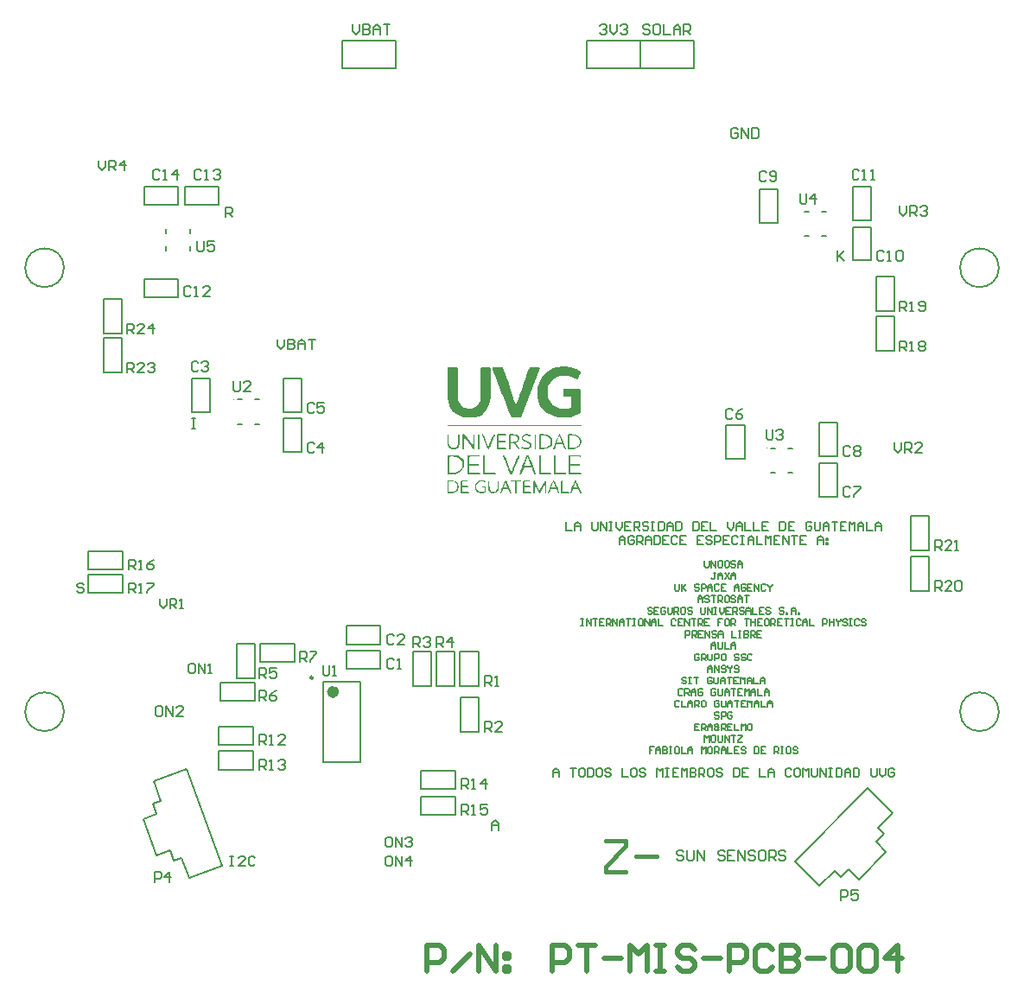
<source format=gto>
G04*
G04 #@! TF.GenerationSoftware,Altium Limited,Altium Designer,18.1.9 (240)*
G04*
G04 Layer_Color=65535*
%FSLAX25Y25*%
%MOIN*%
G70*
G01*
G75*
%ADD10C,0.02362*%
%ADD11C,0.00984*%
%ADD12C,0.00394*%
%ADD13C,0.00591*%
%ADD14C,0.00787*%
%ADD15C,0.01575*%
%ADD16C,0.02000*%
G36*
X183326Y262748D02*
X184172Y262595D01*
X185094Y262287D01*
X186094Y261979D01*
X187094Y261441D01*
X188093Y260749D01*
X188016Y260595D01*
X187863Y260288D01*
X187632Y259826D01*
X187401Y259365D01*
X187094Y258827D01*
X186863Y258366D01*
X186632Y258058D01*
X186478Y257904D01*
X186402Y257981D01*
X186094Y258135D01*
X185633Y258366D01*
X185018Y258673D01*
X184249Y258981D01*
X183403Y259211D01*
X182403Y259365D01*
X181327Y259442D01*
X180942D01*
X180635Y259365D01*
X179866Y259211D01*
X178943Y258904D01*
X178021Y258366D01*
X177021Y257597D01*
X176560Y257135D01*
X176098Y256597D01*
X175714Y255905D01*
X175406Y255136D01*
X175176Y252906D01*
Y252829D01*
Y252676D01*
Y252445D01*
X175253Y252137D01*
X175406Y251368D01*
X175714Y250446D01*
X176175Y249369D01*
X176867Y248447D01*
X177329Y247985D01*
X177867Y247601D01*
X178482Y247293D01*
X179174Y246986D01*
X179251Y246909D01*
X179328D01*
X179481Y246832D01*
X179789Y246755D01*
X180250Y246678D01*
X180789D01*
X181634Y246601D01*
X182019D01*
X182480Y246678D01*
X182942D01*
X183403Y246755D01*
X183864Y246832D01*
X184172Y246986D01*
X184249Y247140D01*
Y251138D01*
X181096D01*
Y253906D01*
X181327Y254137D01*
X187709D01*
X187939Y253906D01*
Y245217D01*
X187863Y245141D01*
X187555Y244910D01*
X187094Y244525D01*
X186402Y244218D01*
X185556Y243833D01*
X184403Y243449D01*
X183172Y243218D01*
X181634Y243141D01*
X181019D01*
X180635Y243218D01*
X180174D01*
X179558Y243295D01*
X178866Y243449D01*
X177406Y243833D01*
X176637Y244141D01*
X175791Y244525D01*
X175022Y244910D01*
X174253Y245448D01*
X173561Y246140D01*
X172869Y246832D01*
X172331Y247678D01*
X171869Y248677D01*
Y248754D01*
X171792Y248985D01*
X171639Y249369D01*
X171562Y249908D01*
X171408Y250523D01*
X171254Y251215D01*
X171177Y252829D01*
Y253214D01*
Y253291D01*
Y253521D01*
X171254Y253906D01*
X171331Y254367D01*
X171408Y254982D01*
X171562Y255674D01*
X171792Y256366D01*
X172100Y257135D01*
X172485Y257904D01*
X173023Y258750D01*
X173638Y259519D01*
X174330Y260288D01*
X175176Y260980D01*
X176175Y261595D01*
X177329Y262133D01*
X178636Y262595D01*
X181096Y262825D01*
X182634D01*
X183326Y262748D01*
D02*
G37*
G36*
X172023Y262518D02*
X172100Y262441D01*
Y262133D01*
X164949Y243449D01*
X161105D01*
Y243526D01*
X161028Y243603D01*
X160951Y243833D01*
X160797Y244141D01*
X160567Y244602D01*
X160336Y245294D01*
X160028Y246063D01*
X159567Y247140D01*
X159106Y248370D01*
X158491Y249908D01*
X158183Y250830D01*
X157799Y251753D01*
X157414Y252753D01*
X156953Y253906D01*
X156568Y255059D01*
X156030Y256366D01*
X155569Y257750D01*
X155031Y259211D01*
X154415Y260749D01*
X153800Y262441D01*
X153954Y262595D01*
X157799D01*
X157875Y262518D01*
X157952Y262364D01*
X158029Y262133D01*
X158183Y261826D01*
X158337Y261364D01*
X158567Y260826D01*
X158875Y260057D01*
X159183Y259057D01*
X159644Y257904D01*
X160105Y256520D01*
X160643Y254906D01*
X161336Y252983D01*
X161643Y251907D01*
X162028Y250753D01*
X162412Y249523D01*
X162873Y248216D01*
X163181D01*
Y248293D01*
X163258Y248370D01*
X163411Y248831D01*
X163642Y249523D01*
X163950Y250446D01*
X164257Y251522D01*
X164719Y252753D01*
X165103Y254060D01*
X165564Y255444D01*
X166026Y256751D01*
X166487Y258058D01*
X166948Y259288D01*
X167333Y260365D01*
X167640Y261287D01*
X167948Y261979D01*
X168102Y262441D01*
X168179Y262518D01*
X168256Y262595D01*
X171946D01*
X172023Y262518D01*
D02*
G37*
G36*
X153108Y262287D02*
Y251138D01*
Y251061D01*
Y250907D01*
Y250600D01*
X153031Y250292D01*
X152878Y249292D01*
X152570Y248139D01*
X152032Y246909D01*
X151724Y246294D01*
X151263Y245679D01*
X150725Y245141D01*
X150186Y244602D01*
X149494Y244064D01*
X148725Y243679D01*
X148649D01*
X148418Y243603D01*
X148033Y243526D01*
X147572Y243449D01*
X146957Y243295D01*
X146342Y243218D01*
X145035Y243141D01*
X144266D01*
X143805Y243218D01*
X143343Y243295D01*
X142728Y243449D01*
X142036Y243603D01*
X141267Y243910D01*
X140575Y244295D01*
X139806Y244756D01*
X139037Y245371D01*
X138345Y246063D01*
X137730Y246909D01*
X137269Y247985D01*
X136884Y249139D01*
X136577Y250523D01*
X136500Y252137D01*
Y262287D01*
X136731Y262595D01*
X140191D01*
X140421Y262287D01*
Y251830D01*
Y251753D01*
Y251599D01*
Y251368D01*
X140498Y250984D01*
X140652Y250215D01*
X141036Y249216D01*
X141575Y248293D01*
X141959Y247832D01*
X142344Y247447D01*
X142882Y247063D01*
X143497Y246832D01*
X144189Y246678D01*
X145035Y246601D01*
X145189D01*
X145496Y246678D01*
X146034Y246755D01*
X146650Y246986D01*
X147342Y247370D01*
X148033Y247832D01*
X148649Y248601D01*
X149110Y249600D01*
X149417Y253906D01*
Y262287D01*
X149648Y262595D01*
X152878D01*
X153108Y262287D01*
D02*
G37*
G36*
X188093Y240143D02*
X187939Y239989D01*
X136731D01*
X136500Y240296D01*
X136577Y240373D01*
X187863D01*
X188093Y240143D01*
D02*
G37*
G36*
X167948Y236759D02*
X168409Y236606D01*
X168563Y236452D01*
X168717Y236298D01*
Y236221D01*
X168640Y236144D01*
X168563Y236067D01*
X168256Y235991D01*
X167410Y236298D01*
X166641D01*
X166256Y236144D01*
X165795Y235914D01*
X165718Y235606D01*
X165641Y235298D01*
Y235145D01*
X165718Y235068D01*
X165795Y234991D01*
X166026Y234837D01*
X166333Y234607D01*
X166872Y234376D01*
X167564Y234068D01*
X168563Y233684D01*
X168948Y232992D01*
Y232454D01*
Y232377D01*
Y232223D01*
X168871Y231992D01*
X168717Y231762D01*
X168409Y231454D01*
X168025Y231223D01*
X167487Y230993D01*
X166795Y230916D01*
X166718D01*
X166487Y230993D01*
X166180Y231070D01*
X165872Y231147D01*
X165564Y231223D01*
X165257Y231377D01*
X165026Y231454D01*
X164949Y231608D01*
X165257Y231992D01*
X165334D01*
X165411Y231915D01*
X165872Y231762D01*
X166333Y231531D01*
X166872Y231454D01*
X166948D01*
X167102Y231531D01*
X167640Y231685D01*
X168179Y231992D01*
X168333Y232223D01*
X168409Y232530D01*
X168333Y232684D01*
X168256Y232838D01*
X168102Y232992D01*
X167717Y233223D01*
X167256Y233530D01*
X166564Y233838D01*
X165641Y234222D01*
X165103Y234914D01*
Y235837D01*
Y235914D01*
X165180Y235991D01*
X165488Y236375D01*
X166026Y236683D01*
X166410Y236759D01*
X166795Y236836D01*
X167564D01*
X167948Y236759D01*
D02*
G37*
G36*
X147034Y236529D02*
Y231300D01*
X146803Y231070D01*
X146650D01*
X146496Y231223D01*
X146342Y231377D01*
X146034Y231762D01*
X145496Y232300D01*
X144881Y233146D01*
X144497Y233607D01*
X144112Y234222D01*
X143574Y234837D01*
X143036Y235606D01*
X142959D01*
Y231300D01*
X142651Y231070D01*
X142420Y231300D01*
Y236529D01*
X142651Y236836D01*
X142805D01*
X146496Y232146D01*
Y236529D01*
X146803Y236836D01*
X147034Y236529D01*
D02*
G37*
G36*
X154800Y236683D02*
X154954D01*
Y236606D01*
X154877Y236452D01*
X154800Y236221D01*
X154646Y235914D01*
X154339Y235068D01*
X153954Y234145D01*
X153493Y233146D01*
X153108Y232223D01*
X152724Y231531D01*
X152570Y231223D01*
X152416Y231070D01*
X152262D01*
X152186Y231147D01*
X152032Y231377D01*
X151878Y231762D01*
X151724Y232069D01*
X151494Y232454D01*
X151340Y232915D01*
X151109Y233453D01*
X150802Y234068D01*
X150494Y234837D01*
X150186Y235683D01*
X149802Y236683D01*
X149956Y236836D01*
X150263D01*
X150340Y236759D01*
X150417Y236606D01*
X150648Y236221D01*
X150878Y235606D01*
X151032Y235222D01*
X151263Y234760D01*
X151417Y234145D01*
X151724Y233453D01*
X151955Y232684D01*
X152262Y231838D01*
X152416D01*
Y231915D01*
X152493Y232069D01*
X152570Y232300D01*
X152724Y232607D01*
X153031Y233453D01*
X153339Y234376D01*
X153723Y235222D01*
X154031Y236067D01*
X154185Y236375D01*
X154339Y236606D01*
X154415Y236759D01*
X154492Y236836D01*
X154646D01*
X154800Y236683D01*
D02*
G37*
G36*
X141113Y236529D02*
Y233069D01*
Y232992D01*
Y232761D01*
X140960Y232454D01*
X140806Y232069D01*
X140575Y231685D01*
X140114Y231300D01*
X139576Y231070D01*
X138807Y230916D01*
X138730D01*
X138422Y230993D01*
X138115Y231070D01*
X137653Y231300D01*
X137269Y231608D01*
X136884Y232069D01*
X136577Y232761D01*
X136500Y233684D01*
Y236529D01*
X136731Y236836D01*
X137038Y236529D01*
Y233761D01*
Y233684D01*
Y233376D01*
X137115Y233069D01*
X137269Y232607D01*
X137500Y232223D01*
X137884Y231838D01*
X138345Y231531D01*
X138961Y231454D01*
X139037D01*
X139191Y231531D01*
X139499Y231608D01*
X139806Y231762D01*
X140037Y231992D01*
X140345Y232377D01*
X140498Y232838D01*
X140575Y233376D01*
Y236529D01*
X140883Y236836D01*
X141113Y236529D01*
D02*
G37*
G36*
X184864Y236683D02*
X185786Y236529D01*
X186632Y236221D01*
X187401Y235837D01*
X187632Y235529D01*
X187863Y235222D01*
X188016Y234837D01*
X188093Y234376D01*
Y233684D01*
Y233607D01*
X188016Y233299D01*
X187939Y232838D01*
X187709Y232377D01*
X187324Y231915D01*
X186709Y231454D01*
X185863Y231147D01*
X185402Y231070D01*
X183249D01*
X183019Y231300D01*
Y236529D01*
X183249Y236836D01*
X184172D01*
X184864Y236683D01*
D02*
G37*
G36*
X179943D02*
X180097Y236375D01*
X180327Y235914D01*
X180635Y235145D01*
X180866Y234683D01*
X181096Y234145D01*
X181327Y233530D01*
X181634Y232838D01*
X181942Y232069D01*
X182326Y231147D01*
X182173Y231070D01*
X181865D01*
X181788Y231147D01*
X181711Y231300D01*
X181558Y231531D01*
X181404Y231915D01*
X181173Y232377D01*
X180942Y232992D01*
X178482D01*
Y232915D01*
X178405Y232684D01*
X178328Y232377D01*
X178174Y232069D01*
X178097Y231685D01*
X177944Y231377D01*
X177790Y231147D01*
X177636Y231070D01*
X177482D01*
X177329Y231147D01*
X177252D01*
Y231223D01*
X177329Y231377D01*
X177406Y231608D01*
X177559Y231915D01*
X177867Y232761D01*
X178251Y233761D01*
X178713Y234760D01*
X179097Y235683D01*
X179481Y236452D01*
X179635Y236683D01*
X179712Y236836D01*
X179866D01*
X179943Y236683D01*
D02*
G37*
G36*
X174022Y236759D02*
X174868Y236529D01*
X175637Y236298D01*
X176252Y235914D01*
X176790Y235375D01*
X176867Y234991D01*
X176944Y234607D01*
Y233223D01*
Y233146D01*
X176867Y232915D01*
X176790Y232607D01*
X176483Y232223D01*
X176098Y231838D01*
X175483Y231531D01*
X174637Y231223D01*
X174099Y231147D01*
X173484Y231070D01*
X172254D01*
X172023Y231300D01*
Y236529D01*
X172254Y236836D01*
X173407D01*
X174022Y236759D01*
D02*
G37*
G36*
X170639Y236529D02*
Y231300D01*
X170332Y231070D01*
X170101Y231300D01*
Y236836D01*
X170332D01*
X170639Y236529D01*
D02*
G37*
G36*
X162104Y236759D02*
X162720Y236606D01*
X163258Y236452D01*
X163796Y236144D01*
X164103Y235683D01*
X164257Y235145D01*
Y235068D01*
Y234914D01*
X164027Y234376D01*
X163642Y233761D01*
X163411Y233607D01*
X163027Y233530D01*
Y233223D01*
X164411Y231147D01*
X164257Y231070D01*
X164027D01*
X162104Y233376D01*
X160874D01*
Y231300D01*
X160567Y231070D01*
X160259Y231300D01*
Y236529D01*
X160567Y236836D01*
X161566D01*
X162104Y236759D01*
D02*
G37*
G36*
X159336Y236529D02*
X159029Y236298D01*
X156414D01*
X156184Y235991D01*
Y234222D01*
X158798D01*
X159029Y233914D01*
X158798Y233684D01*
X156184D01*
Y231838D01*
X156414Y231608D01*
X159029D01*
X159336Y231300D01*
X159029Y231070D01*
X155876D01*
X155569Y231300D01*
Y236529D01*
X155876Y236836D01*
X159029D01*
X159336Y236529D01*
D02*
G37*
G36*
X148956D02*
Y231300D01*
X148725Y231070D01*
X148418Y231300D01*
Y236529D01*
X148725Y236836D01*
X148956Y236529D01*
D02*
G37*
G36*
X187939Y228302D02*
X187863Y228148D01*
Y227994D01*
X187709Y228148D01*
X183941D01*
Y225380D01*
X187401D01*
X187709Y225149D01*
Y224995D01*
X187401Y224688D01*
X183941D01*
Y221920D01*
X187863D01*
X188093Y221689D01*
Y221535D01*
X187863Y221228D01*
X183557D01*
X183249Y221535D01*
Y228686D01*
X187939D01*
Y228302D01*
D02*
G37*
G36*
X164411Y228455D02*
Y228378D01*
X164257Y228148D01*
X164180Y227763D01*
X163950Y227302D01*
X163719Y226764D01*
X163488Y226149D01*
X162950Y224841D01*
X162412Y223534D01*
X162181Y222919D01*
X161951Y222381D01*
X161720Y221920D01*
X161566Y221535D01*
X161489Y221305D01*
X161412Y221228D01*
X160951D01*
X160874Y221381D01*
X160720Y221612D01*
X160567Y221843D01*
X160413Y222150D01*
X160259Y222535D01*
X160028Y223073D01*
X159798Y223688D01*
X159490Y224380D01*
X159183Y225226D01*
X158798Y226225D01*
X158414Y227379D01*
X157952Y228686D01*
X158491D01*
X158567Y228532D01*
X158721Y228302D01*
X158952Y227840D01*
X159106Y227456D01*
X159336Y227071D01*
X159490Y226533D01*
X159721Y225918D01*
X160028Y225149D01*
X160336Y224303D01*
X160720Y223304D01*
X161105Y222227D01*
X161259D01*
Y222304D01*
X161336Y222535D01*
X161489Y222842D01*
X161643Y223227D01*
X162028Y224303D01*
X162489Y225457D01*
X162950Y226610D01*
X163335Y227686D01*
X163488Y228071D01*
X163642Y228378D01*
X163796Y228609D01*
X163873Y228686D01*
X164180D01*
X164411Y228455D01*
D02*
G37*
G36*
X178328D02*
Y221920D01*
X182326D01*
Y221535D01*
X182019Y221228D01*
X177790D01*
X177482Y221535D01*
Y228455D01*
X177790Y228686D01*
X178021D01*
X178328Y228455D01*
D02*
G37*
G36*
X172561D02*
Y221920D01*
X176406D01*
X176637Y221689D01*
Y221535D01*
X176406Y221228D01*
X172100D01*
X171869Y221535D01*
Y228455D01*
X172100Y228686D01*
X172254D01*
X172561Y228455D01*
D02*
G37*
G36*
X167794Y228532D02*
X167948Y228225D01*
X168102Y227994D01*
X168256Y227686D01*
X168409Y227302D01*
X168640Y226841D01*
X168871Y226225D01*
X169178Y225534D01*
X169486Y224688D01*
X169870Y223765D01*
X170255Y222612D01*
X170716Y221381D01*
X170639Y221228D01*
X170178D01*
X170101Y221305D01*
X170024Y221381D01*
X169947Y221535D01*
X169793Y221843D01*
X169563Y222304D01*
X169409Y222996D01*
X169101Y223842D01*
X166103D01*
X164795Y221228D01*
X164257D01*
Y221305D01*
X164334Y221458D01*
X164411Y221766D01*
X164488Y222074D01*
X164642Y222381D01*
X164719Y222765D01*
X164949Y223304D01*
X165180Y223842D01*
X165411Y224534D01*
X165718Y225380D01*
X166103Y226302D01*
X166564Y227379D01*
X167025Y228532D01*
X167179Y228686D01*
X167717D01*
X167794Y228532D01*
D02*
G37*
G36*
X151032Y228455D02*
Y221920D01*
X154954D01*
X155184Y221689D01*
Y221535D01*
X154954Y221228D01*
X150494D01*
X150263Y221535D01*
Y228455D01*
X150494Y228686D01*
X150802D01*
X151032Y228455D01*
D02*
G37*
G36*
X148956Y228148D02*
X145265D01*
X145035Y227840D01*
Y225380D01*
X148418D01*
X148725Y225149D01*
Y224995D01*
X148418Y224688D01*
X145035D01*
Y221920D01*
X148879D01*
X149110Y221689D01*
Y221535D01*
X148879Y221228D01*
X144573D01*
X144343Y221535D01*
Y228686D01*
X148956D01*
Y228148D01*
D02*
G37*
G36*
X139960Y228609D02*
X140498Y228455D01*
X141190Y228148D01*
X141882Y227763D01*
X142497Y227225D01*
X142882Y226456D01*
X142959Y225995D01*
X143036Y225534D01*
Y224995D01*
Y224918D01*
Y224841D01*
X142959Y224380D01*
X142728Y223842D01*
X142420Y223150D01*
X141728Y222458D01*
X141344Y222074D01*
X140806Y221843D01*
X140268Y221612D01*
X139499Y221381D01*
X138730Y221305D01*
X137807Y221228D01*
X136731D01*
X136500Y221535D01*
Y228455D01*
X136731Y228686D01*
X139499D01*
X139960Y228609D01*
D02*
G37*
G36*
X150802Y218921D02*
X151109Y218767D01*
X151263Y218690D01*
X151340Y218536D01*
X151032Y218229D01*
X150878Y218306D01*
X150571Y218460D01*
X150186Y218536D01*
X149648Y218613D01*
X149571D01*
X149341Y218536D01*
X149033Y218460D01*
X148649Y218229D01*
X148264Y217998D01*
X147957Y217691D01*
X147726Y217229D01*
X147649Y216691D01*
Y216614D01*
Y216384D01*
X147726Y215999D01*
X147880Y215615D01*
X148110Y215230D01*
X148495Y214846D01*
X148956Y214615D01*
X149571Y214538D01*
X150110D01*
X150802Y214615D01*
Y216153D01*
X150110D01*
X149802Y216460D01*
X150110Y216691D01*
X151032D01*
X151340Y216460D01*
Y214538D01*
Y214461D01*
X151263Y214385D01*
X151109Y214308D01*
X150955Y214231D01*
X150648Y214154D01*
X150186Y214077D01*
X149648Y214000D01*
X149571D01*
X149264Y214077D01*
X148879Y214154D01*
X148418Y214385D01*
X147957Y214615D01*
X147572Y215000D01*
X147265Y215538D01*
X147188Y216153D01*
Y216845D01*
Y216922D01*
X147265Y217229D01*
X147418Y217537D01*
X147572Y217998D01*
X147880Y218383D01*
X148264Y218767D01*
X148802Y218998D01*
X149417Y219075D01*
X150417D01*
X150802Y218921D01*
D02*
G37*
G36*
X174637Y218767D02*
Y214077D01*
X174484D01*
X174176Y214385D01*
Y217845D01*
X174022D01*
Y217768D01*
X173945Y217691D01*
X173792Y217229D01*
X173561Y216691D01*
X173253Y215999D01*
X172946Y215307D01*
X172561Y214692D01*
X172331Y214231D01*
X172177Y214154D01*
X172100Y214077D01*
X172023D01*
X171946Y214231D01*
X171792Y214385D01*
X171562Y214692D01*
X171331Y215153D01*
X171024Y215845D01*
X170639Y216691D01*
X170178Y217845D01*
X170101D01*
Y214385D01*
X169793Y214077D01*
X169486Y214385D01*
Y218767D01*
X169793Y219075D01*
X169947D01*
X170024Y218998D01*
X170178Y218844D01*
X170332Y218536D01*
X170562Y218075D01*
X170947Y217306D01*
X171177Y216845D01*
X171408Y216307D01*
X171716Y215692D01*
X172023Y214923D01*
X174176Y219075D01*
X174330D01*
X174637Y218767D01*
D02*
G37*
G36*
X156261Y218921D02*
Y215615D01*
Y215538D01*
Y215384D01*
X156184Y215153D01*
X156030Y214846D01*
X155799Y214615D01*
X155415Y214308D01*
X154954Y214154D01*
X154262Y214000D01*
X153954D01*
X153647Y214077D01*
X153262Y214231D01*
X152878Y214461D01*
X152570Y214846D01*
X152339Y215307D01*
X152262Y215922D01*
Y218767D01*
X152570Y219075D01*
X152724Y218921D01*
Y217383D01*
Y217229D01*
Y216922D01*
X152801Y216460D01*
X152878Y215999D01*
X153031Y215461D01*
X153339Y215000D01*
X153647Y214692D01*
X154108Y214538D01*
X154569D01*
X154800Y214692D01*
X155107Y214846D01*
X155415Y215076D01*
X155646Y215461D01*
X155799Y215999D01*
X155876Y216691D01*
Y218767D01*
X156184Y219075D01*
X156261Y218921D01*
D02*
G37*
G36*
X186094Y218998D02*
X186248Y218767D01*
X186402Y218383D01*
X186632Y217845D01*
X186863Y217460D01*
X187017Y216999D01*
X187247Y216384D01*
X187478Y215769D01*
X187786Y215076D01*
X188093Y214231D01*
X187939Y214077D01*
X187786D01*
X187709Y214154D01*
X187632Y214308D01*
X187478Y214461D01*
X187324Y214769D01*
X187171Y215230D01*
X187017Y215769D01*
X185018D01*
X184941Y215692D01*
X184864Y215538D01*
X184787Y215384D01*
X184633Y215076D01*
X184479Y214615D01*
X184249Y214077D01*
X183864D01*
Y214231D01*
Y214308D01*
X183941Y214461D01*
X184018Y214692D01*
X184095Y215000D01*
X184403Y215769D01*
X184710Y216691D01*
X185094Y217537D01*
X185402Y218306D01*
X185556Y218613D01*
X185633Y218844D01*
X185786Y218998D01*
X185863Y219075D01*
X186017D01*
X186094Y218998D01*
D02*
G37*
G36*
X180789Y218921D02*
Y214538D01*
X183249D01*
X183557Y214231D01*
X183403Y214077D01*
X180635D01*
X180404Y214385D01*
Y218767D01*
X180635Y219075D01*
X180789Y218921D01*
D02*
G37*
G36*
X177713Y218998D02*
X177790Y218767D01*
X178021Y218460D01*
X178251Y217845D01*
X178405Y217460D01*
X178636Y216999D01*
X178866Y216460D01*
X179097Y215845D01*
X179405Y215076D01*
X179712Y214231D01*
X179558Y214077D01*
X179328D01*
X179251Y214154D01*
X179174Y214308D01*
X179020Y214461D01*
X178943Y214769D01*
X178789Y215230D01*
X178636Y215769D01*
X176406D01*
Y215692D01*
X176329Y215538D01*
X176252Y215230D01*
X176175Y214923D01*
X176022Y214615D01*
X175868Y214308D01*
X175714Y214154D01*
X175560Y214077D01*
X175406Y214231D01*
X175329D01*
Y214308D01*
X175406Y214461D01*
X175483Y214692D01*
X175637Y214923D01*
X175945Y215692D01*
X176329Y216537D01*
X176637Y217460D01*
X177021Y218229D01*
X177329Y218767D01*
X177406Y218998D01*
X177482Y219075D01*
X177636D01*
X177713Y218998D01*
D02*
G37*
G36*
X168717Y218767D02*
X168409Y218536D01*
X166103D01*
Y216845D01*
X168256D01*
X168563Y216614D01*
X168256Y216307D01*
X166103D01*
Y214538D01*
X168563D01*
X168794Y214231D01*
X168717Y214077D01*
X165795D01*
X165488Y214385D01*
Y218767D01*
X165795Y219075D01*
X168409D01*
X168717Y218767D01*
D02*
G37*
G36*
X165103D02*
X164795Y218536D01*
X163181D01*
Y214385D01*
X162873Y214077D01*
X162643Y214385D01*
Y218536D01*
X160951D01*
X160720Y218767D01*
X160951Y219075D01*
X164795D01*
X165103Y218767D01*
D02*
G37*
G36*
X159106Y218998D02*
X159259Y218767D01*
X159490Y218460D01*
X159721Y217845D01*
X159875Y217383D01*
X160105Y216922D01*
X160336Y216384D01*
X160567Y215692D01*
X160797Y214923D01*
X161105Y214077D01*
X160797D01*
X160720Y214154D01*
X160643Y214308D01*
X160567Y214461D01*
X160413Y214769D01*
X160259Y215230D01*
X160028Y215769D01*
X158029D01*
X157952Y215615D01*
X157799Y215384D01*
X157722Y215076D01*
X157645Y214769D01*
X157106Y214077D01*
X156876Y214385D01*
Y214461D01*
X156953Y214538D01*
X157183Y215076D01*
X157414Y215769D01*
X157799Y216614D01*
X158106Y217460D01*
X158414Y218152D01*
X158721Y218767D01*
X158798Y218998D01*
X158875Y219075D01*
X159029D01*
X159106Y218998D01*
D02*
G37*
G36*
X144727Y218767D02*
Y218536D01*
X142113D01*
Y216845D01*
X144343D01*
X144573Y216614D01*
X144343Y216307D01*
X142113D01*
Y214538D01*
X144573D01*
X144881Y214231D01*
X144727Y214077D01*
X141728D01*
Y218767D01*
X141959Y219075D01*
X144420D01*
X144727Y218767D01*
D02*
G37*
G36*
X138807Y218921D02*
X139345Y218767D01*
X139883Y218460D01*
X140421Y217998D01*
X140729Y217306D01*
X140883Y216460D01*
Y216384D01*
Y216153D01*
X140729Y215769D01*
X140575Y215384D01*
X140268Y215000D01*
X139883Y214615D01*
X139268Y214308D01*
X138422Y214077D01*
X136731D01*
X136500Y214385D01*
Y218767D01*
X136731Y219075D01*
X138268D01*
X138807Y218921D01*
D02*
G37*
%LPC*%
G36*
X184403Y236298D02*
X183711D01*
Y231608D01*
X185171D01*
X185479Y231685D01*
X185863Y231762D01*
X186325Y231915D01*
X186786Y232223D01*
X187171Y232684D01*
X187478Y233376D01*
X187555Y234222D01*
Y234299D01*
X187478Y234530D01*
X187401Y234914D01*
X187171Y235298D01*
X186786Y235606D01*
X186248Y235991D01*
X185479Y236221D01*
X184403Y236298D01*
D02*
G37*
G36*
X179866Y235991D02*
X179712D01*
X178713Y233530D01*
X180635D01*
Y233684D01*
X179866Y235991D01*
D02*
G37*
G36*
X173253Y236298D02*
X172561D01*
Y231608D01*
X174099D01*
X174484Y231762D01*
X175022Y231915D01*
X175560Y232146D01*
X175945Y232530D01*
X176252Y233069D01*
X176406Y233761D01*
Y234376D01*
Y234453D01*
X176329Y234683D01*
X176252Y234991D01*
X176022Y235375D01*
X175637Y235683D01*
X175099Y235991D01*
X174330Y236221D01*
X173253Y236298D01*
D02*
G37*
G36*
X161643D02*
X160874D01*
Y233761D01*
X161643D01*
X162028Y233838D01*
X162489Y233914D01*
X162950Y234068D01*
X163335Y234376D01*
X163642Y234683D01*
X163719Y235145D01*
Y235222D01*
Y235298D01*
X163642Y235529D01*
X163488Y235760D01*
X163181Y235914D01*
X162873Y236144D01*
X162335Y236221D01*
X161643Y236298D01*
D02*
G37*
G36*
X167564Y227840D02*
X167410D01*
X166180Y224534D01*
X168717D01*
Y224688D01*
X167564Y227840D01*
D02*
G37*
G36*
X138576Y228148D02*
X137423D01*
X137115Y227840D01*
Y222227D01*
X137423Y221920D01*
X138268D01*
X138807Y221997D01*
X139499Y222074D01*
X140268Y222304D01*
X141036Y222689D01*
X141728Y223304D01*
X142267Y224073D01*
X142344Y224611D01*
X142420Y225149D01*
Y225303D01*
X142344Y225610D01*
X142190Y226072D01*
X141805Y226687D01*
X141267Y227225D01*
X140883Y227456D01*
X140421Y227686D01*
X139883Y227840D01*
X139268Y227994D01*
X138576Y228148D01*
D02*
G37*
G36*
X186017Y218229D02*
X185786D01*
X185094Y216153D01*
X186709D01*
X186017Y218229D01*
D02*
G37*
G36*
X177636D02*
X177329D01*
X176637Y216153D01*
X176944D01*
X177482Y216307D01*
X178021Y216153D01*
X178328D01*
X177636Y218229D01*
D02*
G37*
G36*
X159029Y218383D02*
X158875D01*
X158183Y216153D01*
X159721D01*
Y216307D01*
X159029Y218383D01*
D02*
G37*
G36*
X138422Y218536D02*
X137038D01*
Y214538D01*
X137884D01*
X138345Y214615D01*
X138884Y214769D01*
X139422Y215076D01*
X139883Y215384D01*
X140191Y215922D01*
X140345Y216614D01*
Y216691D01*
Y216922D01*
X140268Y217229D01*
X140114Y217614D01*
X139883Y217921D01*
X139499Y218229D01*
X139037Y218460D01*
X138422Y218536D01*
D02*
G37*
%LPD*%
D10*
X93557Y137368D02*
G03*
X93557Y137368I-1181J0D01*
G01*
D11*
X84600Y142880D02*
G03*
X84600Y142880I-492J0D01*
G01*
D12*
X28035Y305968D02*
G03*
X28035Y305968I-197J0D01*
G01*
X272795Y322654D02*
G03*
X272795Y322654I-197J0D01*
G01*
X259795Y231445D02*
G03*
X259795Y231445I-197J0D01*
G01*
X54295Y250201D02*
G03*
X54295Y250201I-197J0D01*
G01*
D13*
X-11417Y300984D02*
G03*
X-11417Y300984I-7480J0D01*
G01*
Y129724D02*
G03*
X-11417Y129724I-7480J0D01*
G01*
X349213D02*
G03*
X349213Y129724I-7480J0D01*
G01*
Y300984D02*
G03*
X349213Y300984I-7480J0D01*
G01*
X88439Y110203D02*
X103006D01*
X88439Y141305D02*
X103006D01*
X88439Y110203D02*
Y141305D01*
X103006Y110203D02*
Y141305D01*
X48169Y123185D02*
Y123972D01*
X61555D01*
Y123185D02*
Y123972D01*
X48169Y116886D02*
Y123185D01*
Y116886D02*
X61555D01*
Y123185D01*
X61500Y107386D02*
Y113685D01*
X48114Y107386D02*
X61500D01*
X48114D02*
Y113685D01*
X61500D02*
Y114472D01*
X48114D02*
X61500D01*
X48114Y113685D02*
Y114472D01*
X139622Y99886D02*
Y100673D01*
X126236Y99886D02*
X139622D01*
X126236D02*
Y100673D01*
X139622D02*
Y106972D01*
X126236D02*
X139622D01*
X126236Y100673D02*
Y106972D01*
Y90673D02*
Y96972D01*
X139622D01*
Y90673D02*
Y96972D01*
X126236Y89886D02*
Y90673D01*
Y89886D02*
X139622D01*
Y90673D01*
X64307Y155260D02*
Y156047D01*
X77693D01*
Y155260D02*
Y156047D01*
X64307Y148961D02*
Y155260D01*
Y148961D02*
X77693D01*
Y155260D01*
X48780Y134681D02*
Y140980D01*
X62165D01*
Y134681D02*
Y140980D01*
X48780Y133894D02*
Y134681D01*
Y133894D02*
X62165D01*
Y134681D01*
X61439Y156057D02*
X62226D01*
Y142671D02*
Y156057D01*
X61439Y142671D02*
X62226D01*
X55140Y156057D02*
X61439D01*
X55140Y142671D02*
Y156057D01*
Y142671D02*
X61439D01*
X132179Y139561D02*
X138478D01*
X132179D02*
Y152947D01*
X138478D01*
Y139561D02*
X139266D01*
Y152947D01*
X138478D02*
X139266D01*
X129478D02*
X130266D01*
Y139561D02*
Y152947D01*
X129478Y139561D02*
X130266D01*
X123179Y152947D02*
X129478D01*
X123179Y139561D02*
Y152947D01*
Y139561D02*
X129478D01*
X141457Y122059D02*
X147756D01*
X141457D02*
Y135445D01*
X147756D01*
Y122059D02*
X148543D01*
Y135445D01*
X147756D02*
X148543D01*
X147711Y152949D02*
X148498D01*
Y139563D02*
Y152949D01*
X147711Y139563D02*
X148498D01*
X141411Y152949D02*
X147711D01*
X141411Y139563D02*
Y152949D01*
Y139563D02*
X147711D01*
X11193Y184457D02*
Y190756D01*
X-2193Y184457D02*
X11193D01*
X-2193D02*
Y190756D01*
X11193D02*
Y191543D01*
X-2193D02*
X11193D01*
X-2193Y190756D02*
Y191543D01*
X11193Y175457D02*
Y176244D01*
X-2193Y175457D02*
X11193D01*
X-2193D02*
Y176244D01*
X11193D02*
Y182543D01*
X-2193D02*
X11193D01*
X-2193Y176244D02*
Y182543D01*
X302744Y282193D02*
X309043D01*
Y268807D02*
Y282193D01*
X302744Y268807D02*
X309043D01*
X301957Y282193D02*
X302744D01*
X301957Y268807D02*
Y282193D01*
Y268807D02*
X302744D01*
X301957Y284159D02*
X302744D01*
X301957D02*
Y297545D01*
X302744D01*
Y284159D02*
X309043D01*
Y297545D01*
X302744D02*
X309043D01*
X315929Y189748D02*
X322228D01*
Y176362D02*
Y189748D01*
X315929Y176362D02*
X322228D01*
X315142Y189748D02*
X315929D01*
X315142Y176362D02*
Y189748D01*
Y176362D02*
X315929D01*
X315142Y191862D02*
X315929D01*
X315142D02*
Y205248D01*
X315929D01*
Y191862D02*
X322228D01*
Y205248D01*
X315929D02*
X322228D01*
X4744Y273902D02*
X11043D01*
Y260516D02*
Y273902D01*
X4744Y260516D02*
X11043D01*
X3957Y273902D02*
X4744D01*
X3957Y260516D02*
Y273902D01*
Y260516D02*
X4744D01*
X3957Y275516D02*
X4744D01*
X3957D02*
Y288902D01*
X4744D01*
Y275516D02*
X11043D01*
Y288902D01*
X4744D02*
X11043D01*
X97726Y155711D02*
X110719D01*
X97726D02*
Y162797D01*
X110719D01*
Y155711D02*
Y162797D01*
Y146211D02*
Y153297D01*
X97726D02*
X110719D01*
X97726Y146211D02*
Y153297D01*
Y146211D02*
X110719D01*
X19614Y325134D02*
X32606D01*
X19614D02*
Y332221D01*
X32606D01*
Y325134D02*
Y332221D01*
X48106Y325134D02*
Y332221D01*
X35114D02*
X48106D01*
X35114Y325134D02*
Y332221D01*
Y325134D02*
X48106D01*
X19465Y289665D02*
X32457D01*
X19465D02*
Y296752D01*
X32457D01*
Y289665D02*
Y296752D01*
X292764Y319433D02*
X299850D01*
Y332425D01*
X292764D02*
X299850D01*
X292764Y319433D02*
Y332425D01*
Y303783D02*
Y316776D01*
X299850D01*
Y303783D02*
Y316776D01*
X292764Y303783D02*
X299850D01*
X256764Y318433D02*
X263850D01*
Y331425D01*
X256764D02*
X263850D01*
X256764Y318433D02*
Y331425D01*
X279764Y228209D02*
Y241201D01*
X286850D01*
Y228209D02*
Y241201D01*
X279764Y228209D02*
X286850D01*
X279764Y212709D02*
X286850D01*
Y225701D01*
X279764D02*
X286850D01*
X279764Y212709D02*
Y225701D01*
X244041Y227209D02*
Y240201D01*
X251128D01*
Y227209D02*
Y240201D01*
X244041Y227209D02*
X251128D01*
X73264Y245276D02*
X80350D01*
Y258268D01*
X73264D02*
X80350D01*
X73264Y245276D02*
Y258268D01*
X73264Y229933D02*
Y242925D01*
X80350D01*
Y229933D02*
Y242925D01*
X73264Y229933D02*
X80350D01*
X37795Y245433D02*
X44882D01*
Y258425D01*
X37795D02*
X44882D01*
X37795Y245433D02*
Y258425D01*
X36011Y107716D02*
X49678Y70165D01*
X23247Y103070D02*
X36011Y107716D01*
X36915Y65520D02*
X49678Y70165D01*
X34087Y73289D02*
X36915Y65520D01*
X30942Y72144D02*
X34087Y73289D01*
X29495Y76121D02*
X30942Y72144D01*
X24315Y74236D02*
X29495Y76121D01*
X19165Y88387D02*
X24315Y74236D01*
X19165Y88387D02*
X24344Y90272D01*
X22930Y94157D02*
X24344Y90272D01*
X22930Y94157D02*
X26075Y95301D01*
X23247Y103070D02*
X26075Y95301D01*
X270450Y72092D02*
X298707Y100349D01*
X270450Y72092D02*
X280055Y62488D01*
X298707Y100349D02*
X308311Y90745D01*
X302465Y84898D02*
X308311Y90745D01*
X302465Y84898D02*
X304831Y82532D01*
X301839Y79539D02*
X304831Y82532D01*
X301839Y79539D02*
X305736Y75642D01*
X295088Y64994D02*
X305736Y75642D01*
X291190Y68891D02*
X295088Y64994D01*
X288267Y65968D02*
X291190Y68891D01*
X285901Y68334D02*
X288267Y65968D01*
X280055Y62488D02*
X285901Y68334D01*
X190138Y388520D02*
X210807D01*
X190138Y377890D02*
Y388520D01*
Y377890D02*
X210807D01*
Y388520D01*
X211000Y377890D02*
X231669D01*
Y388520D01*
X211000D02*
X231669D01*
X211000Y377890D02*
Y388520D01*
X96000Y377890D02*
X116669D01*
Y388520D01*
X96000D02*
X116669D01*
X96000Y377890D02*
Y388520D01*
X177208Y104569D02*
Y106800D01*
X178323Y107915D01*
X179438Y106800D01*
Y104569D01*
Y106242D01*
X177208D01*
X183898Y107915D02*
X186128D01*
X185013D01*
Y104569D01*
X188916Y107915D02*
X187801D01*
X187244Y107357D01*
Y105127D01*
X187801Y104569D01*
X188916D01*
X189474Y105127D01*
Y107357D01*
X188916Y107915D01*
X190589D02*
Y104569D01*
X192262D01*
X192819Y105127D01*
Y107357D01*
X192262Y107915D01*
X190589D01*
X195607D02*
X194492D01*
X193934Y107357D01*
Y105127D01*
X194492Y104569D01*
X195607D01*
X196165Y105127D01*
Y107357D01*
X195607Y107915D01*
X199510Y107357D02*
X198952Y107915D01*
X197837D01*
X197280Y107357D01*
Y106800D01*
X197837Y106242D01*
X198952D01*
X199510Y105685D01*
Y105127D01*
X198952Y104569D01*
X197837D01*
X197280Y105127D01*
X203971Y107915D02*
Y104569D01*
X206201D01*
X208989Y107915D02*
X207874D01*
X207316Y107357D01*
Y105127D01*
X207874Y104569D01*
X208989D01*
X209546Y105127D01*
Y107357D01*
X208989Y107915D01*
X212892Y107357D02*
X212334Y107915D01*
X211219D01*
X210661Y107357D01*
Y106800D01*
X211219Y106242D01*
X212334D01*
X212892Y105685D01*
Y105127D01*
X212334Y104569D01*
X211219D01*
X210661Y105127D01*
X217352Y104569D02*
Y107915D01*
X218467Y106800D01*
X219582Y107915D01*
Y104569D01*
X220697Y107915D02*
X221813D01*
X221255D01*
Y104569D01*
X220697D01*
X221813D01*
X225715Y107915D02*
X223485D01*
Y104569D01*
X225715D01*
X223485Y106242D02*
X224600D01*
X226831Y104569D02*
Y107915D01*
X227946Y106800D01*
X229061Y107915D01*
Y104569D01*
X230176Y107915D02*
Y104569D01*
X231849D01*
X232406Y105127D01*
Y105685D01*
X231849Y106242D01*
X230176D01*
X231849D01*
X232406Y106800D01*
Y107357D01*
X231849Y107915D01*
X230176D01*
X233521Y104569D02*
Y107915D01*
X235194D01*
X235752Y107357D01*
Y106242D01*
X235194Y105685D01*
X233521D01*
X234637D02*
X235752Y104569D01*
X238540Y107915D02*
X237424D01*
X236867Y107357D01*
Y105127D01*
X237424Y104569D01*
X238540D01*
X239097Y105127D01*
Y107357D01*
X238540Y107915D01*
X242442Y107357D02*
X241885Y107915D01*
X240770D01*
X240212Y107357D01*
Y106800D01*
X240770Y106242D01*
X241885D01*
X242442Y105685D01*
Y105127D01*
X241885Y104569D01*
X240770D01*
X240212Y105127D01*
X246903Y107915D02*
Y104569D01*
X248576D01*
X249133Y105127D01*
Y107357D01*
X248576Y107915D01*
X246903D01*
X252479D02*
X250248D01*
Y104569D01*
X252479D01*
X250248Y106242D02*
X251363D01*
X256939Y107915D02*
Y104569D01*
X259169D01*
X260284D02*
Y106800D01*
X261400Y107915D01*
X262515Y106800D01*
Y104569D01*
Y106242D01*
X260284D01*
X269205Y107357D02*
X268648Y107915D01*
X267533D01*
X266975Y107357D01*
Y105127D01*
X267533Y104569D01*
X268648D01*
X269205Y105127D01*
X271993Y107915D02*
X270878D01*
X270321Y107357D01*
Y105127D01*
X270878Y104569D01*
X271993D01*
X272551Y105127D01*
Y107357D01*
X271993Y107915D01*
X273666Y104569D02*
Y107915D01*
X274781Y106800D01*
X275896Y107915D01*
Y104569D01*
X277011Y107915D02*
Y105127D01*
X277569Y104569D01*
X278684D01*
X279242Y105127D01*
Y107915D01*
X280357Y104569D02*
Y107915D01*
X282587Y104569D01*
Y107915D01*
X283702D02*
X284817D01*
X284260D01*
Y104569D01*
X283702D01*
X284817D01*
X286490Y107915D02*
Y104569D01*
X288163D01*
X288720Y105127D01*
Y107357D01*
X288163Y107915D01*
X286490D01*
X289835Y104569D02*
Y106800D01*
X290950Y107915D01*
X292066Y106800D01*
Y104569D01*
Y106242D01*
X289835D01*
X293181Y107915D02*
Y104569D01*
X294853D01*
X295411Y105127D01*
Y107357D01*
X294853Y107915D01*
X293181D01*
X299871D02*
Y105127D01*
X300429Y104569D01*
X301544D01*
X302102Y105127D01*
Y107915D01*
X303217D02*
Y105685D01*
X304332Y104569D01*
X305447Y105685D01*
Y107915D01*
X308792Y107357D02*
X308235Y107915D01*
X307120D01*
X306562Y107357D01*
Y105127D01*
X307120Y104569D01*
X308235D01*
X308792Y105127D01*
Y106242D01*
X307677D01*
X235752Y187919D02*
Y185787D01*
X236178Y185360D01*
X237031D01*
X237457Y185787D01*
Y187919D01*
X238310Y185360D02*
Y187919D01*
X240015Y185360D01*
Y187919D01*
X242147D02*
X241295D01*
X240868Y187492D01*
Y185787D01*
X241295Y185360D01*
X242147D01*
X242574Y185787D01*
Y187492D01*
X242147Y187919D01*
X244706D02*
X243853D01*
X243426Y187492D01*
Y185787D01*
X243853Y185360D01*
X244706D01*
X245132Y185787D01*
Y187492D01*
X244706Y187919D01*
X247690Y187492D02*
X247264Y187919D01*
X246411D01*
X245985Y187492D01*
Y187066D01*
X246411Y186640D01*
X247264D01*
X247690Y186213D01*
Y185787D01*
X247264Y185360D01*
X246411D01*
X245985Y185787D01*
X248543Y185360D02*
Y187066D01*
X249396Y187919D01*
X250248Y187066D01*
Y185360D01*
Y186640D01*
X248543D01*
X240015Y183431D02*
X239163D01*
X239589D01*
Y181300D01*
X239163Y180873D01*
X238736D01*
X238310Y181300D01*
X240868Y180873D02*
Y182579D01*
X241721Y183431D01*
X242574Y182579D01*
Y180873D01*
Y182152D01*
X240868D01*
X243426Y183431D02*
X245132Y180873D01*
Y183431D02*
X243426Y180873D01*
X245985D02*
Y182579D01*
X246837Y183431D01*
X247690Y182579D01*
Y180873D01*
Y182152D01*
X245985D01*
X224240Y178944D02*
Y176813D01*
X224666Y176386D01*
X225519D01*
X225945Y176813D01*
Y178944D01*
X226798D02*
Y176386D01*
Y177239D01*
X228503Y178944D01*
X227224Y177665D01*
X228503Y176386D01*
X233620Y178518D02*
X233193Y178944D01*
X232341D01*
X231914Y178518D01*
Y178092D01*
X232341Y177665D01*
X233193D01*
X233620Y177239D01*
Y176813D01*
X233193Y176386D01*
X232341D01*
X231914Y176813D01*
X234473Y176386D02*
Y178944D01*
X235752D01*
X236178Y178518D01*
Y177665D01*
X235752Y177239D01*
X234473D01*
X237031Y176386D02*
Y178092D01*
X237883Y178944D01*
X238736Y178092D01*
Y176386D01*
Y177665D01*
X237031D01*
X241295Y178518D02*
X240868Y178944D01*
X240015D01*
X239589Y178518D01*
Y176813D01*
X240015Y176386D01*
X240868D01*
X241295Y176813D01*
X243853Y178944D02*
X242147D01*
Y176386D01*
X243853D01*
X242147Y177665D02*
X243000D01*
X247264Y176386D02*
Y178092D01*
X248116Y178944D01*
X248969Y178092D01*
Y176386D01*
Y177665D01*
X247264D01*
X251527Y178518D02*
X251101Y178944D01*
X250248D01*
X249822Y178518D01*
Y176813D01*
X250248Y176386D01*
X251101D01*
X251527Y176813D01*
Y177665D01*
X250675D01*
X254086Y178944D02*
X252380D01*
Y176386D01*
X254086D01*
X252380Y177665D02*
X253233D01*
X254938Y176386D02*
Y178944D01*
X256644Y176386D01*
Y178944D01*
X259202Y178518D02*
X258776Y178944D01*
X257923D01*
X257497Y178518D01*
Y176813D01*
X257923Y176386D01*
X258776D01*
X259202Y176813D01*
X260055Y178944D02*
Y178518D01*
X260908Y177665D01*
X261760Y178518D01*
Y178944D01*
X260908Y177665D02*
Y176386D01*
X233193Y171899D02*
Y173604D01*
X234046Y174457D01*
X234899Y173604D01*
Y171899D01*
Y173178D01*
X233193D01*
X237457Y174031D02*
X237031Y174457D01*
X236178D01*
X235752Y174031D01*
Y173604D01*
X236178Y173178D01*
X237031D01*
X237457Y172752D01*
Y172325D01*
X237031Y171899D01*
X236178D01*
X235752Y172325D01*
X238310Y174457D02*
X240015D01*
X239163D01*
Y171899D01*
X240868D02*
Y174457D01*
X242147D01*
X242574Y174031D01*
Y173178D01*
X242147Y172752D01*
X240868D01*
X241721D02*
X242574Y171899D01*
X244706Y174457D02*
X243853D01*
X243426Y174031D01*
Y172325D01*
X243853Y171899D01*
X244706D01*
X245132Y172325D01*
Y174031D01*
X244706Y174457D01*
X247690Y174031D02*
X247264Y174457D01*
X246411D01*
X245985Y174031D01*
Y173604D01*
X246411Y173178D01*
X247264D01*
X247690Y172752D01*
Y172325D01*
X247264Y171899D01*
X246411D01*
X245985Y172325D01*
X248543Y171899D02*
Y173604D01*
X249396Y174457D01*
X250248Y173604D01*
Y171899D01*
Y173178D01*
X248543D01*
X251101Y174457D02*
X252807D01*
X251954D01*
Y171899D01*
X215499Y169544D02*
X215073Y169970D01*
X214220D01*
X213793Y169544D01*
Y169117D01*
X214220Y168691D01*
X215073D01*
X215499Y168264D01*
Y167838D01*
X215073Y167412D01*
X214220D01*
X213793Y167838D01*
X218057Y169970D02*
X216352D01*
Y167412D01*
X218057D01*
X216352Y168691D02*
X217204D01*
X220616Y169544D02*
X220189Y169970D01*
X219336D01*
X218910Y169544D01*
Y167838D01*
X219336Y167412D01*
X220189D01*
X220616Y167838D01*
Y168691D01*
X219763D01*
X221468Y169970D02*
Y167838D01*
X221895Y167412D01*
X222747D01*
X223174Y167838D01*
Y169970D01*
X224026Y167412D02*
Y169970D01*
X225306D01*
X225732Y169544D01*
Y168691D01*
X225306Y168264D01*
X224026D01*
X224879D02*
X225732Y167412D01*
X227864Y169970D02*
X227011D01*
X226585Y169544D01*
Y167838D01*
X227011Y167412D01*
X227864D01*
X228290Y167838D01*
Y169544D01*
X227864Y169970D01*
X230848Y169544D02*
X230422Y169970D01*
X229569D01*
X229143Y169544D01*
Y169117D01*
X229569Y168691D01*
X230422D01*
X230848Y168264D01*
Y167838D01*
X230422Y167412D01*
X229569D01*
X229143Y167838D01*
X234259Y169970D02*
Y167838D01*
X234686Y167412D01*
X235539D01*
X235965Y167838D01*
Y169970D01*
X236818Y167412D02*
Y169970D01*
X238523Y167412D01*
Y169970D01*
X239376D02*
X240229D01*
X239802D01*
Y167412D01*
X239376D01*
X240229D01*
X241508Y169970D02*
Y168264D01*
X242360Y167412D01*
X243213Y168264D01*
Y169970D01*
X245771D02*
X244066D01*
Y167412D01*
X245771D01*
X244066Y168691D02*
X244919D01*
X246624Y167412D02*
Y169970D01*
X247903D01*
X248330Y169544D01*
Y168691D01*
X247903Y168264D01*
X246624D01*
X247477D02*
X248330Y167412D01*
X250888Y169544D02*
X250462Y169970D01*
X249609D01*
X249182Y169544D01*
Y169117D01*
X249609Y168691D01*
X250462D01*
X250888Y168264D01*
Y167838D01*
X250462Y167412D01*
X249609D01*
X249182Y167838D01*
X251741Y167412D02*
Y169117D01*
X252593Y169970D01*
X253446Y169117D01*
Y167412D01*
Y168691D01*
X251741D01*
X254299Y169970D02*
Y167412D01*
X256004D01*
X258563Y169970D02*
X256857D01*
Y167412D01*
X258563D01*
X256857Y168691D02*
X257710D01*
X261121Y169544D02*
X260694Y169970D01*
X259842D01*
X259415Y169544D01*
Y169117D01*
X259842Y168691D01*
X260694D01*
X261121Y168264D01*
Y167838D01*
X260694Y167412D01*
X259842D01*
X259415Y167838D01*
X266237Y169544D02*
X265811Y169970D01*
X264958D01*
X264532Y169544D01*
Y169117D01*
X264958Y168691D01*
X265811D01*
X266237Y168264D01*
Y167838D01*
X265811Y167412D01*
X264958D01*
X264532Y167838D01*
X267090Y167412D02*
Y167838D01*
X267516D01*
Y167412D01*
X267090D01*
X269222D02*
Y169117D01*
X270075Y169970D01*
X270927Y169117D01*
Y167412D01*
Y168691D01*
X269222D01*
X271780Y167412D02*
Y167838D01*
X272206D01*
Y167412D01*
X271780D01*
X187998Y165483D02*
X188851D01*
X188424D01*
Y162925D01*
X187998D01*
X188851D01*
X190130D02*
Y165483D01*
X191835Y162925D01*
Y165483D01*
X192688D02*
X194394D01*
X193541D01*
Y162925D01*
X196952Y165483D02*
X195246D01*
Y162925D01*
X196952D01*
X195246Y164204D02*
X196099D01*
X197805Y162925D02*
Y165483D01*
X199084D01*
X199510Y165057D01*
Y164204D01*
X199084Y163777D01*
X197805D01*
X198657D02*
X199510Y162925D01*
X200363D02*
Y165483D01*
X202068Y162925D01*
Y165483D01*
X202921Y162925D02*
Y164630D01*
X203774Y165483D01*
X204626Y164630D01*
Y162925D01*
Y164204D01*
X202921D01*
X205479Y165483D02*
X207185D01*
X206332D01*
Y162925D01*
X208037Y165483D02*
X208890D01*
X208464D01*
Y162925D01*
X208037D01*
X208890D01*
X211449Y165483D02*
X210596D01*
X210169Y165057D01*
Y163351D01*
X210596Y162925D01*
X211449D01*
X211875Y163351D01*
Y165057D01*
X211449Y165483D01*
X212728Y162925D02*
Y165483D01*
X214433Y162925D01*
Y165483D01*
X215286Y162925D02*
Y164630D01*
X216139Y165483D01*
X216991Y164630D01*
Y162925D01*
Y164204D01*
X215286D01*
X217844Y165483D02*
Y162925D01*
X219550D01*
X224666Y165057D02*
X224240Y165483D01*
X223387D01*
X222960Y165057D01*
Y163351D01*
X223387Y162925D01*
X224240D01*
X224666Y163351D01*
X227224Y165483D02*
X225519D01*
Y162925D01*
X227224D01*
X225519Y164204D02*
X226372D01*
X228077Y162925D02*
Y165483D01*
X229783Y162925D01*
Y165483D01*
X230635D02*
X232341D01*
X231488D01*
Y162925D01*
X233193D02*
Y165483D01*
X234473D01*
X234899Y165057D01*
Y164204D01*
X234473Y163777D01*
X233193D01*
X234046D02*
X234899Y162925D01*
X237457Y165483D02*
X235752D01*
Y162925D01*
X237457D01*
X235752Y164204D02*
X236604D01*
X242574Y165483D02*
X240868D01*
Y164204D01*
X241721D01*
X240868D01*
Y162925D01*
X244706Y165483D02*
X243853D01*
X243426Y165057D01*
Y163351D01*
X243853Y162925D01*
X244706D01*
X245132Y163351D01*
Y165057D01*
X244706Y165483D01*
X245985Y162925D02*
Y165483D01*
X247264D01*
X247690Y165057D01*
Y164204D01*
X247264Y163777D01*
X245985D01*
X246837D02*
X247690Y162925D01*
X251101Y165483D02*
X252807D01*
X251954D01*
Y162925D01*
X253659Y165483D02*
Y162925D01*
Y164204D01*
X255365D01*
Y165483D01*
Y162925D01*
X257923Y165483D02*
X256218D01*
Y162925D01*
X257923D01*
X256218Y164204D02*
X257070D01*
X260055Y165483D02*
X259202D01*
X258776Y165057D01*
Y163351D01*
X259202Y162925D01*
X260055D01*
X260481Y163351D01*
Y165057D01*
X260055Y165483D01*
X261334Y162925D02*
Y165483D01*
X262613D01*
X263039Y165057D01*
Y164204D01*
X262613Y163777D01*
X261334D01*
X262187D02*
X263039Y162925D01*
X265598Y165483D02*
X263892D01*
Y162925D01*
X265598D01*
X263892Y164204D02*
X264745D01*
X266450Y165483D02*
X268156D01*
X267303D01*
Y162925D01*
X269009Y165483D02*
X269861D01*
X269435D01*
Y162925D01*
X269009D01*
X269861D01*
X272846Y165057D02*
X272420Y165483D01*
X271567D01*
X271141Y165057D01*
Y163351D01*
X271567Y162925D01*
X272420D01*
X272846Y163351D01*
X273699Y162925D02*
Y164630D01*
X274552Y165483D01*
X275404Y164630D01*
Y162925D01*
Y164204D01*
X273699D01*
X276257Y165483D02*
Y162925D01*
X277962D01*
X281374D02*
Y165483D01*
X282653D01*
X283079Y165057D01*
Y164204D01*
X282653Y163777D01*
X281374D01*
X283932Y165483D02*
Y162925D01*
Y164204D01*
X285637D01*
Y165483D01*
Y162925D01*
X286490Y165483D02*
Y165057D01*
X287343Y164204D01*
X288195Y165057D01*
Y165483D01*
X287343Y164204D02*
Y162925D01*
X290754Y165057D02*
X290327Y165483D01*
X289475D01*
X289048Y165057D01*
Y164630D01*
X289475Y164204D01*
X290327D01*
X290754Y163777D01*
Y163351D01*
X290327Y162925D01*
X289475D01*
X289048Y163351D01*
X291606Y165483D02*
X292459D01*
X292033D01*
Y162925D01*
X291606D01*
X292459D01*
X295444Y165057D02*
X295017Y165483D01*
X294165D01*
X293738Y165057D01*
Y163351D01*
X294165Y162925D01*
X295017D01*
X295444Y163351D01*
X298002Y165057D02*
X297576Y165483D01*
X296723D01*
X296297Y165057D01*
Y164630D01*
X296723Y164204D01*
X297576D01*
X298002Y163777D01*
Y163351D01*
X297576Y162925D01*
X296723D01*
X296297Y163351D01*
X228290Y158437D02*
Y160996D01*
X229569D01*
X229996Y160569D01*
Y159717D01*
X229569Y159290D01*
X228290D01*
X230848Y158437D02*
Y160996D01*
X232127D01*
X232554Y160569D01*
Y159717D01*
X232127Y159290D01*
X230848D01*
X231701D02*
X232554Y158437D01*
X235112Y160996D02*
X233407D01*
Y158437D01*
X235112D01*
X233407Y159717D02*
X234259D01*
X235965Y158437D02*
Y160996D01*
X237670Y158437D01*
Y160996D01*
X240229Y160569D02*
X239802Y160996D01*
X238949D01*
X238523Y160569D01*
Y160143D01*
X238949Y159717D01*
X239802D01*
X240229Y159290D01*
Y158864D01*
X239802Y158437D01*
X238949D01*
X238523Y158864D01*
X241081Y158437D02*
Y160143D01*
X241934Y160996D01*
X242787Y160143D01*
Y158437D01*
Y159717D01*
X241081D01*
X246198Y160996D02*
Y158437D01*
X247903D01*
X248756Y160996D02*
X249609D01*
X249182D01*
Y158437D01*
X248756D01*
X249609D01*
X250888Y160996D02*
Y158437D01*
X252167D01*
X252593Y158864D01*
Y159290D01*
X252167Y159717D01*
X250888D01*
X252167D01*
X252593Y160143D01*
Y160569D01*
X252167Y160996D01*
X250888D01*
X253446Y158437D02*
Y160996D01*
X254725D01*
X255152Y160569D01*
Y159717D01*
X254725Y159290D01*
X253446D01*
X254299D02*
X255152Y158437D01*
X257710Y160996D02*
X256004D01*
Y158437D01*
X257710D01*
X256004Y159717D02*
X256857D01*
X238310Y153950D02*
Y155656D01*
X239163Y156509D01*
X240015Y155656D01*
Y153950D01*
Y155229D01*
X238310D01*
X240868Y156509D02*
Y154377D01*
X241295Y153950D01*
X242147D01*
X242574Y154377D01*
Y156509D01*
X243426D02*
Y153950D01*
X245132D01*
X245985D02*
Y155656D01*
X246837Y156509D01*
X247690Y155656D01*
Y153950D01*
Y155229D01*
X245985D01*
X233620Y151595D02*
X233193Y152021D01*
X232341D01*
X231914Y151595D01*
Y149890D01*
X232341Y149463D01*
X233193D01*
X233620Y149890D01*
Y150742D01*
X232767D01*
X234473Y149463D02*
Y152021D01*
X235752D01*
X236178Y151595D01*
Y150742D01*
X235752Y150316D01*
X234473D01*
X235325D02*
X236178Y149463D01*
X237031Y152021D02*
Y149890D01*
X237457Y149463D01*
X238310D01*
X238736Y149890D01*
Y152021D01*
X239589Y149463D02*
Y152021D01*
X240868D01*
X241295Y151595D01*
Y150742D01*
X240868Y150316D01*
X239589D01*
X243426Y152021D02*
X242574D01*
X242147Y151595D01*
Y149890D01*
X242574Y149463D01*
X243426D01*
X243853Y149890D01*
Y151595D01*
X243426Y152021D01*
X248969Y151595D02*
X248543Y152021D01*
X247690D01*
X247264Y151595D01*
Y151169D01*
X247690Y150742D01*
X248543D01*
X248969Y150316D01*
Y149890D01*
X248543Y149463D01*
X247690D01*
X247264Y149890D01*
X251527Y151595D02*
X251101Y152021D01*
X250248D01*
X249822Y151595D01*
Y151169D01*
X250248Y150742D01*
X251101D01*
X251527Y150316D01*
Y149890D01*
X251101Y149463D01*
X250248D01*
X249822Y149890D01*
X254086Y151595D02*
X253659Y152021D01*
X252807D01*
X252380Y151595D01*
Y149890D01*
X252807Y149463D01*
X253659D01*
X254086Y149890D01*
X237031Y144976D02*
Y146681D01*
X237883Y147534D01*
X238736Y146681D01*
Y144976D01*
Y146255D01*
X237031D01*
X239589Y144976D02*
Y147534D01*
X241295Y144976D01*
Y147534D01*
X243853Y147108D02*
X243426Y147534D01*
X242574D01*
X242147Y147108D01*
Y146681D01*
X242574Y146255D01*
X243426D01*
X243853Y145829D01*
Y145402D01*
X243426Y144976D01*
X242574D01*
X242147Y145402D01*
X244706Y147534D02*
Y147108D01*
X245558Y146255D01*
X246411Y147108D01*
Y147534D01*
X245558Y146255D02*
Y144976D01*
X248969Y147108D02*
X248543Y147534D01*
X247690D01*
X247264Y147108D01*
Y146681D01*
X247690Y146255D01*
X248543D01*
X248969Y145829D01*
Y145402D01*
X248543Y144976D01*
X247690D01*
X247264Y145402D01*
X228717Y142621D02*
X228290Y143047D01*
X227437D01*
X227011Y142621D01*
Y142194D01*
X227437Y141768D01*
X228290D01*
X228717Y141341D01*
Y140915D01*
X228290Y140489D01*
X227437D01*
X227011Y140915D01*
X229569Y143047D02*
X230422D01*
X229996D01*
Y140489D01*
X229569D01*
X230422D01*
X231701Y143047D02*
X233407D01*
X232554D01*
Y140489D01*
X238523Y142621D02*
X238097Y143047D01*
X237244D01*
X236818Y142621D01*
Y140915D01*
X237244Y140489D01*
X238097D01*
X238523Y140915D01*
Y141768D01*
X237670D01*
X239376Y143047D02*
Y140915D01*
X239802Y140489D01*
X240655D01*
X241081Y140915D01*
Y143047D01*
X241934Y140489D02*
Y142194D01*
X242787Y143047D01*
X243640Y142194D01*
Y140489D01*
Y141768D01*
X241934D01*
X244492Y143047D02*
X246198D01*
X245345D01*
Y140489D01*
X248756Y143047D02*
X247050D01*
Y140489D01*
X248756D01*
X247050Y141768D02*
X247903D01*
X249609Y140489D02*
Y143047D01*
X250462Y142194D01*
X251314Y143047D01*
Y140489D01*
X252167D02*
Y142194D01*
X253020Y143047D01*
X253872Y142194D01*
Y140489D01*
Y141768D01*
X252167D01*
X254725Y143047D02*
Y140489D01*
X256431D01*
X257283D02*
Y142194D01*
X258136Y143047D01*
X258989Y142194D01*
Y140489D01*
Y141768D01*
X257283D01*
X227224Y138133D02*
X226798Y138560D01*
X225945D01*
X225519Y138133D01*
Y136428D01*
X225945Y136002D01*
X226798D01*
X227224Y136428D01*
X228077Y136002D02*
Y138560D01*
X229356D01*
X229783Y138133D01*
Y137281D01*
X229356Y136854D01*
X228077D01*
X228930D02*
X229783Y136002D01*
X230635D02*
Y137707D01*
X231488Y138560D01*
X232341Y137707D01*
Y136002D01*
Y137281D01*
X230635D01*
X234899Y138133D02*
X234473Y138560D01*
X233620D01*
X233193Y138133D01*
Y136428D01*
X233620Y136002D01*
X234473D01*
X234899Y136428D01*
Y137281D01*
X234046D01*
X240015Y138133D02*
X239589Y138560D01*
X238736D01*
X238310Y138133D01*
Y136428D01*
X238736Y136002D01*
X239589D01*
X240015Y136428D01*
Y137281D01*
X239163D01*
X240868Y138560D02*
Y136428D01*
X241295Y136002D01*
X242147D01*
X242574Y136428D01*
Y138560D01*
X243426Y136002D02*
Y137707D01*
X244279Y138560D01*
X245132Y137707D01*
Y136002D01*
Y137281D01*
X243426D01*
X245985Y138560D02*
X247690D01*
X246837D01*
Y136002D01*
X250248Y138560D02*
X248543D01*
Y136002D01*
X250248D01*
X248543Y137281D02*
X249396D01*
X251101Y136002D02*
Y138560D01*
X251954Y137707D01*
X252807Y138560D01*
Y136002D01*
X253659D02*
Y137707D01*
X254512Y138560D01*
X255365Y137707D01*
Y136002D01*
Y137281D01*
X253659D01*
X256218Y138560D02*
Y136002D01*
X257923D01*
X258776D02*
Y137707D01*
X259629Y138560D01*
X260481Y137707D01*
Y136002D01*
Y137281D01*
X258776D01*
X225945Y133646D02*
X225519Y134073D01*
X224666D01*
X224240Y133646D01*
Y131941D01*
X224666Y131514D01*
X225519D01*
X225945Y131941D01*
X226798Y134073D02*
Y131514D01*
X228503D01*
X229356D02*
Y133220D01*
X230209Y134073D01*
X231062Y133220D01*
Y131514D01*
Y132793D01*
X229356D01*
X231914Y131514D02*
Y134073D01*
X233193D01*
X233620Y133646D01*
Y132793D01*
X233193Y132367D01*
X231914D01*
X232767D02*
X233620Y131514D01*
X235752Y134073D02*
X234899D01*
X234473Y133646D01*
Y131941D01*
X234899Y131514D01*
X235752D01*
X236178Y131941D01*
Y133646D01*
X235752Y134073D01*
X241295Y133646D02*
X240868Y134073D01*
X240015D01*
X239589Y133646D01*
Y131941D01*
X240015Y131514D01*
X240868D01*
X241295Y131941D01*
Y132793D01*
X240442D01*
X242147Y134073D02*
Y131941D01*
X242574Y131514D01*
X243426D01*
X243853Y131941D01*
Y134073D01*
X244706Y131514D02*
Y133220D01*
X245558Y134073D01*
X246411Y133220D01*
Y131514D01*
Y132793D01*
X244706D01*
X247264Y134073D02*
X248969D01*
X248116D01*
Y131514D01*
X251527Y134073D02*
X249822D01*
Y131514D01*
X251527D01*
X249822Y132793D02*
X250675D01*
X252380Y131514D02*
Y134073D01*
X253233Y133220D01*
X254086Y134073D01*
Y131514D01*
X254938D02*
Y133220D01*
X255791Y134073D01*
X256644Y133220D01*
Y131514D01*
Y132793D01*
X254938D01*
X257497Y134073D02*
Y131514D01*
X259202D01*
X260055D02*
Y133220D01*
X260908Y134073D01*
X261760Y133220D01*
Y131514D01*
Y132793D01*
X260055D01*
X241295Y129159D02*
X240868Y129586D01*
X240015D01*
X239589Y129159D01*
Y128733D01*
X240015Y128306D01*
X240868D01*
X241295Y127880D01*
Y127454D01*
X240868Y127027D01*
X240015D01*
X239589Y127454D01*
X242147Y127027D02*
Y129586D01*
X243426D01*
X243853Y129159D01*
Y128306D01*
X243426Y127880D01*
X242147D01*
X246411Y129159D02*
X245985Y129586D01*
X245132D01*
X244706Y129159D01*
Y127454D01*
X245132Y127027D01*
X245985D01*
X246411Y127454D01*
Y128306D01*
X245558D01*
X233620Y125098D02*
X231914D01*
Y122540D01*
X233620D01*
X231914Y123819D02*
X232767D01*
X234473Y122540D02*
Y125098D01*
X235752D01*
X236178Y124672D01*
Y123819D01*
X235752Y123393D01*
X234473D01*
X235325D02*
X236178Y122540D01*
X237031D02*
Y124246D01*
X237883Y125098D01*
X238736Y124246D01*
Y122540D01*
Y123819D01*
X237031D01*
X241295Y122540D02*
X240868Y122966D01*
X240442Y122540D01*
X240015D01*
X239589Y122966D01*
Y123393D01*
X240015Y123819D01*
X239589Y124246D01*
Y124672D01*
X240015Y125098D01*
X240442D01*
X240868Y124672D01*
Y124246D01*
X240442Y123819D01*
X240868Y123393D01*
Y122966D01*
X241295Y123819D02*
X240868Y123393D01*
X240015Y123819D02*
X240442D01*
X242147Y122540D02*
Y125098D01*
X243426D01*
X243853Y124672D01*
Y123819D01*
X243426Y123393D01*
X242147D01*
X243000D02*
X243853Y122540D01*
X246411Y125098D02*
X244706D01*
Y122540D01*
X246411D01*
X244706Y123819D02*
X245558D01*
X247264Y125098D02*
Y122540D01*
X248969D01*
X249822D02*
Y125098D01*
X250675Y124246D01*
X251527Y125098D01*
Y122540D01*
X253659Y125098D02*
X252807D01*
X252380Y124672D01*
Y122966D01*
X252807Y122540D01*
X253659D01*
X254086Y122966D01*
Y124672D01*
X253659Y125098D01*
X235752Y118053D02*
Y120611D01*
X236604Y119758D01*
X237457Y120611D01*
Y118053D01*
X239589Y120611D02*
X238736D01*
X238310Y120185D01*
Y118479D01*
X238736Y118053D01*
X239589D01*
X240015Y118479D01*
Y120185D01*
X239589Y120611D01*
X240868D02*
Y118479D01*
X241295Y118053D01*
X242147D01*
X242574Y118479D01*
Y120611D01*
X243426Y118053D02*
Y120611D01*
X245132Y118053D01*
Y120611D01*
X245985D02*
X247690D01*
X246837D01*
Y118053D01*
X248543Y120611D02*
X250248D01*
Y120185D01*
X248543Y118479D01*
Y118053D01*
X250248D01*
X216139Y116124D02*
X214433D01*
Y114845D01*
X215286D01*
X214433D01*
Y113566D01*
X216991D02*
Y115271D01*
X217844Y116124D01*
X218697Y115271D01*
Y113566D01*
Y114845D01*
X216991D01*
X219550Y116124D02*
Y113566D01*
X220829D01*
X221255Y113992D01*
Y114418D01*
X220829Y114845D01*
X219550D01*
X220829D01*
X221255Y115271D01*
Y115698D01*
X220829Y116124D01*
X219550D01*
X222108D02*
X222960D01*
X222534D01*
Y113566D01*
X222108D01*
X222960D01*
X225519Y116124D02*
X224666D01*
X224240Y115698D01*
Y113992D01*
X224666Y113566D01*
X225519D01*
X225945Y113992D01*
Y115698D01*
X225519Y116124D01*
X226798D02*
Y113566D01*
X228503D01*
X229356D02*
Y115271D01*
X230209Y116124D01*
X231062Y115271D01*
Y113566D01*
Y114845D01*
X229356D01*
X234473Y113566D02*
Y116124D01*
X235325Y115271D01*
X236178Y116124D01*
Y113566D01*
X238310Y116124D02*
X237457D01*
X237031Y115698D01*
Y113992D01*
X237457Y113566D01*
X238310D01*
X238736Y113992D01*
Y115698D01*
X238310Y116124D01*
X239589Y113566D02*
Y116124D01*
X240868D01*
X241295Y115698D01*
Y114845D01*
X240868Y114418D01*
X239589D01*
X240442D02*
X241295Y113566D01*
X242147D02*
Y115271D01*
X243000Y116124D01*
X243853Y115271D01*
Y113566D01*
Y114845D01*
X242147D01*
X244706Y116124D02*
Y113566D01*
X246411D01*
X248969Y116124D02*
X247264D01*
Y113566D01*
X248969D01*
X247264Y114845D02*
X248116D01*
X251527Y115698D02*
X251101Y116124D01*
X250248D01*
X249822Y115698D01*
Y115271D01*
X250248Y114845D01*
X251101D01*
X251527Y114418D01*
Y113992D01*
X251101Y113566D01*
X250248D01*
X249822Y113992D01*
X254938Y116124D02*
Y113566D01*
X256218D01*
X256644Y113992D01*
Y115698D01*
X256218Y116124D01*
X254938D01*
X259202D02*
X257497D01*
Y113566D01*
X259202D01*
X257497Y114845D02*
X258349D01*
X262613Y113566D02*
Y116124D01*
X263892D01*
X264319Y115698D01*
Y114845D01*
X263892Y114418D01*
X262613D01*
X263466D02*
X264319Y113566D01*
X265171Y116124D02*
X266024D01*
X265598D01*
Y113566D01*
X265171D01*
X266024D01*
X268582Y116124D02*
X267730D01*
X267303Y115698D01*
Y113992D01*
X267730Y113566D01*
X268582D01*
X269009Y113992D01*
Y115698D01*
X268582Y116124D01*
X271567Y115698D02*
X271141Y116124D01*
X270288D01*
X269861Y115698D01*
Y115271D01*
X270288Y114845D01*
X271141D01*
X271567Y114418D01*
Y113992D01*
X271141Y113566D01*
X270288D01*
X269861Y113992D01*
X182226Y203017D02*
Y199672D01*
X184456D01*
X185571D02*
Y201902D01*
X186686Y203017D01*
X187801Y201902D01*
Y199672D01*
Y201344D01*
X185571D01*
X192262Y203017D02*
Y200229D01*
X192819Y199672D01*
X193934D01*
X194492Y200229D01*
Y203017D01*
X195607Y199672D02*
Y203017D01*
X197837Y199672D01*
Y203017D01*
X198952D02*
X200068D01*
X199510D01*
Y199672D01*
X198952D01*
X200068D01*
X201740Y203017D02*
Y200787D01*
X202855Y199672D01*
X203971Y200787D01*
Y203017D01*
X207316D02*
X205086D01*
Y199672D01*
X207316D01*
X205086Y201344D02*
X206201D01*
X208431Y199672D02*
Y203017D01*
X210104D01*
X210661Y202460D01*
Y201344D01*
X210104Y200787D01*
X208431D01*
X209546D02*
X210661Y199672D01*
X214007Y202460D02*
X213449Y203017D01*
X212334D01*
X211776Y202460D01*
Y201902D01*
X212334Y201344D01*
X213449D01*
X214007Y200787D01*
Y200229D01*
X213449Y199672D01*
X212334D01*
X211776Y200229D01*
X215122Y203017D02*
X216237D01*
X215679D01*
Y199672D01*
X215122D01*
X216237D01*
X217910Y203017D02*
Y199672D01*
X219582D01*
X220140Y200229D01*
Y202460D01*
X219582Y203017D01*
X217910D01*
X221255Y199672D02*
Y201902D01*
X222370Y203017D01*
X223485Y201902D01*
Y199672D01*
Y201344D01*
X221255D01*
X224600Y203017D02*
Y199672D01*
X226273D01*
X226831Y200229D01*
Y202460D01*
X226273Y203017D01*
X224600D01*
X231291D02*
Y199672D01*
X232964D01*
X233521Y200229D01*
Y202460D01*
X232964Y203017D01*
X231291D01*
X236867D02*
X234637D01*
Y199672D01*
X236867D01*
X234637Y201344D02*
X235752D01*
X237982Y203017D02*
Y199672D01*
X240212D01*
X244673Y203017D02*
Y200787D01*
X245788Y199672D01*
X246903Y200787D01*
Y203017D01*
X248018Y199672D02*
Y201902D01*
X249133Y203017D01*
X250248Y201902D01*
Y199672D01*
Y201344D01*
X248018D01*
X251363Y203017D02*
Y199672D01*
X253594D01*
X254709Y203017D02*
Y199672D01*
X256939D01*
X260284Y203017D02*
X258054D01*
Y199672D01*
X260284D01*
X258054Y201344D02*
X259169D01*
X264745Y203017D02*
Y199672D01*
X266418D01*
X266975Y200229D01*
Y202460D01*
X266418Y203017D01*
X264745D01*
X270321D02*
X268090D01*
Y199672D01*
X270321D01*
X268090Y201344D02*
X269205D01*
X277011Y202460D02*
X276454Y203017D01*
X275339D01*
X274781Y202460D01*
Y200229D01*
X275339Y199672D01*
X276454D01*
X277011Y200229D01*
Y201344D01*
X275896D01*
X278127Y203017D02*
Y200229D01*
X278684Y199672D01*
X279799D01*
X280357Y200229D01*
Y203017D01*
X281472Y199672D02*
Y201902D01*
X282587Y203017D01*
X283702Y201902D01*
Y199672D01*
Y201344D01*
X281472D01*
X284817Y203017D02*
X287048D01*
X285932D01*
Y199672D01*
X290393Y203017D02*
X288163D01*
Y199672D01*
X290393D01*
X288163Y201344D02*
X289278D01*
X291508Y199672D02*
Y203017D01*
X292623Y201902D01*
X293738Y203017D01*
Y199672D01*
X294853D02*
Y201902D01*
X295969Y203017D01*
X297084Y201902D01*
Y199672D01*
Y201344D01*
X294853D01*
X298199Y203017D02*
Y199672D01*
X300429D01*
X301544D02*
Y201902D01*
X302659Y203017D01*
X303774Y201902D01*
Y199672D01*
Y201344D01*
X301544D01*
X202855Y194240D02*
Y196470D01*
X203971Y197585D01*
X205086Y196470D01*
Y194240D01*
Y195913D01*
X202855D01*
X208431Y197028D02*
X207874Y197585D01*
X206758D01*
X206201Y197028D01*
Y194798D01*
X206758Y194240D01*
X207874D01*
X208431Y194798D01*
Y195913D01*
X207316D01*
X209546Y194240D02*
Y197585D01*
X211219D01*
X211776Y197028D01*
Y195913D01*
X211219Y195355D01*
X209546D01*
X210661D02*
X211776Y194240D01*
X212892D02*
Y196470D01*
X214007Y197585D01*
X215122Y196470D01*
Y194240D01*
Y195913D01*
X212892D01*
X216237Y197585D02*
Y194240D01*
X217910D01*
X218467Y194798D01*
Y197028D01*
X217910Y197585D01*
X216237D01*
X221813D02*
X219582D01*
Y194240D01*
X221813D01*
X219582Y195913D02*
X220697D01*
X225158Y197028D02*
X224600Y197585D01*
X223485D01*
X222928Y197028D01*
Y194798D01*
X223485Y194240D01*
X224600D01*
X225158Y194798D01*
X228503Y197585D02*
X226273D01*
Y194240D01*
X228503D01*
X226273Y195913D02*
X227388D01*
X235194Y197585D02*
X232964D01*
Y194240D01*
X235194D01*
X232964Y195913D02*
X234079D01*
X238540Y197028D02*
X237982Y197585D01*
X236867D01*
X236309Y197028D01*
Y196470D01*
X236867Y195913D01*
X237982D01*
X238540Y195355D01*
Y194798D01*
X237982Y194240D01*
X236867D01*
X236309Y194798D01*
X239655Y194240D02*
Y197585D01*
X241327D01*
X241885Y197028D01*
Y195913D01*
X241327Y195355D01*
X239655D01*
X245230Y197585D02*
X243000D01*
Y194240D01*
X245230D01*
X243000Y195913D02*
X244115D01*
X248576Y197028D02*
X248018Y197585D01*
X246903D01*
X246345Y197028D01*
Y194798D01*
X246903Y194240D01*
X248018D01*
X248576Y194798D01*
X249691Y197585D02*
X250806D01*
X250248D01*
Y194240D01*
X249691D01*
X250806D01*
X252479D02*
Y196470D01*
X253594Y197585D01*
X254709Y196470D01*
Y194240D01*
Y195913D01*
X252479D01*
X255824Y197585D02*
Y194240D01*
X258054D01*
X259169D02*
Y197585D01*
X260284Y196470D01*
X261400Y197585D01*
Y194240D01*
X264745Y197585D02*
X262515D01*
Y194240D01*
X264745D01*
X262515Y195913D02*
X263630D01*
X265860Y194240D02*
Y197585D01*
X268090Y194240D01*
Y197585D01*
X269205D02*
X271436D01*
X270321D01*
Y194240D01*
X274781Y197585D02*
X272551D01*
Y194240D01*
X274781D01*
X272551Y195913D02*
X273666D01*
X279242Y194240D02*
Y196470D01*
X280357Y197585D01*
X281472Y196470D01*
Y194240D01*
Y195913D01*
X279242D01*
X282587Y196470D02*
X283145D01*
Y195913D01*
X282587D01*
Y196470D01*
Y194798D02*
X283145D01*
Y194240D01*
X282587D01*
Y194798D01*
X248624Y354280D02*
X247968Y354936D01*
X246656D01*
X246000Y354280D01*
Y351656D01*
X246656Y351000D01*
X247968D01*
X248624Y351656D01*
Y352968D01*
X247312D01*
X249936Y351000D02*
Y354936D01*
X252560Y351000D01*
Y354936D01*
X253871D02*
Y351000D01*
X255839D01*
X256495Y351656D01*
Y354280D01*
X255839Y354936D01*
X253871D01*
X-3876Y178780D02*
X-4532Y179436D01*
X-5844D01*
X-6500Y178780D01*
Y178124D01*
X-5844Y177468D01*
X-4532D01*
X-3876Y176812D01*
Y176156D01*
X-4532Y175500D01*
X-5844D01*
X-6500Y176156D01*
X37795Y242936D02*
X39107D01*
X38451D01*
Y239000D01*
X37795D01*
X39107D01*
X287000Y307522D02*
Y303587D01*
Y304899D01*
X289624Y307522D01*
X287656Y305555D01*
X289624Y303587D01*
X153500Y84000D02*
Y86624D01*
X154812Y87936D01*
X156124Y86624D01*
Y84000D01*
Y85968D01*
X153500D01*
X51000Y320500D02*
Y324436D01*
X52968D01*
X53624Y323780D01*
Y322468D01*
X52968Y321812D01*
X51000D01*
X52312D02*
X53624Y320500D01*
X114468Y74101D02*
X113156D01*
X112500Y73445D01*
Y70821D01*
X113156Y70165D01*
X114468D01*
X115124Y70821D01*
Y73445D01*
X114468Y74101D01*
X116436Y70165D02*
Y74101D01*
X119060Y70165D01*
Y74101D01*
X122339Y70165D02*
Y74101D01*
X120371Y72133D01*
X122995D01*
X114468Y81436D02*
X113156D01*
X112500Y80780D01*
Y78156D01*
X113156Y77500D01*
X114468D01*
X115124Y78156D01*
Y80780D01*
X114468Y81436D01*
X116436Y77500D02*
Y81436D01*
X119060Y77500D01*
Y81436D01*
X120371Y80780D02*
X121027Y81436D01*
X122339D01*
X122995Y80780D01*
Y80124D01*
X122339Y79468D01*
X121683D01*
X122339D01*
X122995Y78812D01*
Y78156D01*
X122339Y77500D01*
X121027D01*
X120371Y78156D01*
X25968Y131936D02*
X24656D01*
X24000Y131280D01*
Y128656D01*
X24656Y128000D01*
X25968D01*
X26624Y128656D01*
Y131280D01*
X25968Y131936D01*
X27936Y128000D02*
Y131936D01*
X30560Y128000D01*
Y131936D01*
X34495Y128000D02*
X31872D01*
X34495Y130624D01*
Y131280D01*
X33839Y131936D01*
X32527D01*
X31872Y131280D01*
X38468Y148436D02*
X37156D01*
X36500Y147780D01*
Y145156D01*
X37156Y144500D01*
X38468D01*
X39124Y145156D01*
Y147780D01*
X38468Y148436D01*
X40436Y144500D02*
Y148436D01*
X43060Y144500D01*
Y148436D01*
X44372Y144500D02*
X45683D01*
X45027D01*
Y148436D01*
X44372Y147780D01*
X25500Y173436D02*
Y170812D01*
X26812Y169500D01*
X28124Y170812D01*
Y173436D01*
X29436Y169500D02*
Y173436D01*
X31404D01*
X32060Y172780D01*
Y171468D01*
X31404Y170812D01*
X29436D01*
X30748D02*
X32060Y169500D01*
X33371D02*
X34683D01*
X34027D01*
Y173436D01*
X33371Y172780D01*
X309000Y233609D02*
Y230985D01*
X310312Y229673D01*
X311624Y230985D01*
Y233609D01*
X312936Y229673D02*
Y233609D01*
X314904D01*
X315560Y232953D01*
Y231641D01*
X314904Y230985D01*
X312936D01*
X314248D02*
X315560Y229673D01*
X319495D02*
X316872D01*
X319495Y232297D01*
Y232953D01*
X318839Y233609D01*
X317527D01*
X316872Y232953D01*
X311000Y324936D02*
Y322312D01*
X312312Y321000D01*
X313624Y322312D01*
Y324936D01*
X314936Y321000D02*
Y324936D01*
X316904D01*
X317560Y324280D01*
Y322968D01*
X316904Y322312D01*
X314936D01*
X316248D02*
X317560Y321000D01*
X318871Y324280D02*
X319527Y324936D01*
X320839D01*
X321495Y324280D01*
Y323624D01*
X320839Y322968D01*
X320183D01*
X320839D01*
X321495Y322312D01*
Y321656D01*
X320839Y321000D01*
X319527D01*
X318871Y321656D01*
X2000Y342436D02*
Y339812D01*
X3312Y338500D01*
X4624Y339812D01*
Y342436D01*
X5936Y338500D02*
Y342436D01*
X7904D01*
X8560Y341780D01*
Y340468D01*
X7904Y339812D01*
X5936D01*
X7248D02*
X8560Y338500D01*
X11839D02*
Y342436D01*
X9871Y340468D01*
X12495D01*
X71000Y273436D02*
Y270812D01*
X72312Y269500D01*
X73624Y270812D01*
Y273436D01*
X74936D02*
Y269500D01*
X76904D01*
X77560Y270156D01*
Y270812D01*
X76904Y271468D01*
X74936D01*
X76904D01*
X77560Y272124D01*
Y272780D01*
X76904Y273436D01*
X74936D01*
X78872Y269500D02*
Y272124D01*
X80183Y273436D01*
X81495Y272124D01*
Y269500D01*
Y271468D01*
X78872D01*
X82807Y273436D02*
X85431D01*
X84119D01*
Y269500D01*
X227687Y75551D02*
X227031Y76207D01*
X225719D01*
X225063Y75551D01*
Y74896D01*
X225719Y74239D01*
X227031D01*
X227687Y73584D01*
Y72928D01*
X227031Y72272D01*
X225719D01*
X225063Y72928D01*
X228999Y76207D02*
Y72928D01*
X229655Y72272D01*
X230967D01*
X231623Y72928D01*
Y76207D01*
X232934Y72272D02*
Y76207D01*
X235558Y72272D01*
Y76207D01*
X243430Y75551D02*
X242774Y76207D01*
X241462D01*
X240806Y75551D01*
Y74896D01*
X241462Y74239D01*
X242774D01*
X243430Y73584D01*
Y72928D01*
X242774Y72272D01*
X241462D01*
X240806Y72928D01*
X247365Y76207D02*
X244742D01*
Y72272D01*
X247365D01*
X244742Y74239D02*
X246054D01*
X248677Y72272D02*
Y76207D01*
X251301Y72272D01*
Y76207D01*
X255237Y75551D02*
X254581Y76207D01*
X253269D01*
X252613Y75551D01*
Y74896D01*
X253269Y74239D01*
X254581D01*
X255237Y73584D01*
Y72928D01*
X254581Y72272D01*
X253269D01*
X252613Y72928D01*
X258517Y76207D02*
X257205D01*
X256549Y75551D01*
Y72928D01*
X257205Y72272D01*
X258517D01*
X259173Y72928D01*
Y75551D01*
X258517Y76207D01*
X260485Y72272D02*
Y76207D01*
X262453D01*
X263108Y75551D01*
Y74239D01*
X262453Y73584D01*
X260485D01*
X261796D02*
X263108Y72272D01*
X267044Y75551D02*
X266388Y76207D01*
X265076D01*
X264420Y75551D01*
Y74896D01*
X265076Y74239D01*
X266388D01*
X267044Y73584D01*
Y72928D01*
X266388Y72272D01*
X265076D01*
X264420Y72928D01*
X52563Y74101D02*
X53875D01*
X53219D01*
Y70165D01*
X52563D01*
X53875D01*
X58467D02*
X55843D01*
X58467Y72789D01*
Y73445D01*
X57811Y74101D01*
X56499D01*
X55843Y73445D01*
X62402D02*
X61746Y74101D01*
X60434D01*
X59778Y73445D01*
Y70821D01*
X60434Y70165D01*
X61746D01*
X62402Y70821D01*
X99972Y394873D02*
Y392249D01*
X101284Y390937D01*
X102596Y392249D01*
Y394873D01*
X103908D02*
Y390937D01*
X105876D01*
X106532Y391593D01*
Y392249D01*
X105876Y392905D01*
X103908D01*
X105876D01*
X106532Y393561D01*
Y394217D01*
X105876Y394873D01*
X103908D01*
X107844Y390937D02*
Y393561D01*
X109156Y394873D01*
X110468Y393561D01*
Y390937D01*
Y392905D01*
X107844D01*
X111780Y394873D02*
X114403D01*
X113092D01*
Y390937D01*
X195335Y394217D02*
X195991Y394873D01*
X197302D01*
X197958Y394217D01*
Y393561D01*
X197302Y392905D01*
X196646D01*
X197302D01*
X197958Y392249D01*
Y391593D01*
X197302Y390937D01*
X195991D01*
X195335Y391593D01*
X199270Y394873D02*
Y392249D01*
X200582Y390937D01*
X201894Y392249D01*
Y394873D01*
X203206Y394217D02*
X203862Y394873D01*
X205174D01*
X205830Y394217D01*
Y393561D01*
X205174Y392905D01*
X204518D01*
X205174D01*
X205830Y392249D01*
Y391593D01*
X205174Y390937D01*
X203862D01*
X203206Y391593D01*
X214596Y394217D02*
X213940Y394873D01*
X212628D01*
X211972Y394217D01*
Y393561D01*
X212628Y392905D01*
X213940D01*
X214596Y392249D01*
Y391593D01*
X213940Y390937D01*
X212628D01*
X211972Y391593D01*
X217876Y394873D02*
X216564D01*
X215908Y394217D01*
Y391593D01*
X216564Y390937D01*
X217876D01*
X218532Y391593D01*
Y394217D01*
X217876Y394873D01*
X219844D02*
Y390937D01*
X222468D01*
X223780D02*
Y393561D01*
X225092Y394873D01*
X226403Y393561D01*
Y390937D01*
Y392905D01*
X223780D01*
X227715Y390937D02*
Y394873D01*
X229683D01*
X230339Y394217D01*
Y392905D01*
X229683Y392249D01*
X227715D01*
X229027D02*
X230339Y390937D01*
X13000Y275500D02*
Y279436D01*
X14968D01*
X15624Y278780D01*
Y277468D01*
X14968Y276812D01*
X13000D01*
X14312D02*
X15624Y275500D01*
X19560D02*
X16936D01*
X19560Y278124D01*
Y278780D01*
X18904Y279436D01*
X17592D01*
X16936Y278780D01*
X22839Y275500D02*
Y279436D01*
X20872Y277468D01*
X23495D01*
X13000Y260500D02*
Y264436D01*
X14968D01*
X15624Y263780D01*
Y262468D01*
X14968Y261812D01*
X13000D01*
X14312D02*
X15624Y260500D01*
X19560D02*
X16936D01*
X19560Y263124D01*
Y263780D01*
X18904Y264436D01*
X17592D01*
X16936Y263780D01*
X20872D02*
X21527Y264436D01*
X22839D01*
X23495Y263780D01*
Y263124D01*
X22839Y262468D01*
X22183D01*
X22839D01*
X23495Y261812D01*
Y261156D01*
X22839Y260500D01*
X21527D01*
X20872Y261156D01*
X324500Y191862D02*
Y195798D01*
X326468D01*
X327124Y195142D01*
Y193830D01*
X326468Y193174D01*
X324500D01*
X325812D02*
X327124Y191862D01*
X331060D02*
X328436D01*
X331060Y194486D01*
Y195142D01*
X330404Y195798D01*
X329092D01*
X328436Y195142D01*
X332371Y191862D02*
X333683D01*
X333027D01*
Y195798D01*
X332371Y195142D01*
X324500Y176362D02*
Y180298D01*
X326468D01*
X327124Y179642D01*
Y178330D01*
X326468Y177674D01*
X324500D01*
X325812D02*
X327124Y176362D01*
X331060D02*
X328436D01*
X331060Y178986D01*
Y179642D01*
X330404Y180298D01*
X329092D01*
X328436Y179642D01*
X332371D02*
X333027Y180298D01*
X334339D01*
X334995Y179642D01*
Y177018D01*
X334339Y176362D01*
X333027D01*
X332371Y177018D01*
Y179642D01*
X311000Y284159D02*
Y288095D01*
X312968D01*
X313624Y287439D01*
Y286127D01*
X312968Y285471D01*
X311000D01*
X312312D02*
X313624Y284159D01*
X314936D02*
X316248D01*
X315592D01*
Y288095D01*
X314936Y287439D01*
X318215Y284815D02*
X318871Y284159D01*
X320183D01*
X320839Y284815D01*
Y287439D01*
X320183Y288095D01*
X318871D01*
X318215Y287439D01*
Y286783D01*
X318871Y286127D01*
X320839D01*
X311000Y268807D02*
Y272743D01*
X312968D01*
X313624Y272087D01*
Y270775D01*
X312968Y270119D01*
X311000D01*
X312312D02*
X313624Y268807D01*
X314936D02*
X316248D01*
X315592D01*
Y272743D01*
X314936Y272087D01*
X318215D02*
X318871Y272743D01*
X320183D01*
X320839Y272087D01*
Y271431D01*
X320183Y270775D01*
X320839Y270119D01*
Y269463D01*
X320183Y268807D01*
X318871D01*
X318215Y269463D01*
Y270119D01*
X318871Y270775D01*
X318215Y271431D01*
Y272087D01*
X318871Y270775D02*
X320183D01*
X13500Y175500D02*
Y179436D01*
X15468D01*
X16124Y178780D01*
Y177468D01*
X15468Y176812D01*
X13500D01*
X14812D02*
X16124Y175500D01*
X17436D02*
X18748D01*
X18092D01*
Y179436D01*
X17436Y178780D01*
X20716Y179436D02*
X23339D01*
Y178780D01*
X20716Y176156D01*
Y175500D01*
X13500Y184500D02*
Y188436D01*
X15468D01*
X16124Y187780D01*
Y186468D01*
X15468Y185812D01*
X13500D01*
X14812D02*
X16124Y184500D01*
X17436D02*
X18748D01*
X18092D01*
Y188436D01*
X17436Y187780D01*
X23339Y188436D02*
X22027Y187780D01*
X20716Y186468D01*
Y185156D01*
X21372Y184500D01*
X22683D01*
X23339Y185156D01*
Y185812D01*
X22683Y186468D01*
X20716D01*
X53960Y257257D02*
Y253977D01*
X54616Y253321D01*
X55928D01*
X56584Y253977D01*
Y257257D01*
X60520Y253321D02*
X57896D01*
X60520Y255945D01*
Y256601D01*
X59864Y257257D01*
X58552D01*
X57896Y256601D01*
X88439Y147690D02*
Y144410D01*
X89095Y143754D01*
X90407D01*
X91063Y144410D01*
Y147690D01*
X92375Y143754D02*
X93687D01*
X93031D01*
Y147690D01*
X92375Y147034D01*
X40419Y264217D02*
X39763Y264873D01*
X38451D01*
X37795Y264217D01*
Y261593D01*
X38451Y260937D01*
X39763D01*
X40419Y261593D01*
X41731Y264217D02*
X42387Y264873D01*
X43699D01*
X44355Y264217D01*
Y263561D01*
X43699Y262905D01*
X43043D01*
X43699D01*
X44355Y262249D01*
Y261593D01*
X43699Y260937D01*
X42387D01*
X41731Y261593D01*
X85096Y233016D02*
X84440Y233672D01*
X83128D01*
X82472Y233016D01*
Y230392D01*
X83128Y229736D01*
X84440D01*
X85096Y230392D01*
X88376Y229736D02*
Y233672D01*
X86408Y231704D01*
X89032D01*
X85096Y248359D02*
X84440Y249014D01*
X83128D01*
X82472Y248359D01*
Y245735D01*
X83128Y245079D01*
X84440D01*
X85096Y245735D01*
X89032Y249014D02*
X86408D01*
Y247047D01*
X87720Y247703D01*
X88376D01*
X89032Y247047D01*
Y245735D01*
X88376Y245079D01*
X87064D01*
X86408Y245735D01*
X246458Y245985D02*
X245802Y246640D01*
X244491D01*
X243835Y245985D01*
Y243361D01*
X244491Y242705D01*
X245802D01*
X246458Y243361D01*
X250394Y246640D02*
X249082Y245985D01*
X247770Y244673D01*
Y243361D01*
X248426Y242705D01*
X249738D01*
X250394Y243361D01*
Y244017D01*
X249738Y244673D01*
X247770D01*
X291958Y215985D02*
X291302Y216640D01*
X289990D01*
X289335Y215985D01*
Y213361D01*
X289990Y212705D01*
X291302D01*
X291958Y213361D01*
X293270Y216640D02*
X295894D01*
Y215985D01*
X293270Y213361D01*
Y212705D01*
X291958Y231485D02*
X291302Y232140D01*
X289990D01*
X289335Y231485D01*
Y228861D01*
X289990Y228205D01*
X291302D01*
X291958Y228861D01*
X293270Y231485D02*
X293926Y232140D01*
X295238D01*
X295894Y231485D01*
Y230828D01*
X295238Y230173D01*
X295894Y229517D01*
Y228861D01*
X295238Y228205D01*
X293926D01*
X293270Y228861D01*
Y229517D01*
X293926Y230173D01*
X293270Y230828D01*
Y231485D01*
X293926Y230173D02*
X295238D01*
X259458Y337485D02*
X258802Y338141D01*
X257490D01*
X256835Y337485D01*
Y334861D01*
X257490Y334205D01*
X258802D01*
X259458Y334861D01*
X260770D02*
X261426Y334205D01*
X262738D01*
X263394Y334861D01*
Y337485D01*
X262738Y338141D01*
X261426D01*
X260770Y337485D01*
Y336828D01*
X261426Y336173D01*
X263394D01*
X304958Y306866D02*
X304302Y307522D01*
X302991D01*
X302335Y306866D01*
Y304243D01*
X302991Y303587D01*
X304302D01*
X304958Y304243D01*
X306270Y303587D02*
X307582D01*
X306926D01*
Y307522D01*
X306270Y306866D01*
X309550D02*
X310206Y307522D01*
X311518D01*
X312174Y306866D01*
Y304243D01*
X311518Y303587D01*
X310206D01*
X309550Y304243D01*
Y306866D01*
X295388Y338280D02*
X294732Y338936D01*
X293420D01*
X292764Y338280D01*
Y335656D01*
X293420Y335000D01*
X294732D01*
X295388Y335656D01*
X296700Y335000D02*
X298011D01*
X297355D01*
Y338936D01*
X296700Y338280D01*
X299979Y335000D02*
X301291D01*
X300635D01*
Y338936D01*
X299979Y338280D01*
X37596Y293217D02*
X36940Y293873D01*
X35628D01*
X34973Y293217D01*
Y290593D01*
X35628Y289937D01*
X36940D01*
X37596Y290593D01*
X38908Y289937D02*
X40220D01*
X39564D01*
Y293873D01*
X38908Y293217D01*
X44812Y289937D02*
X42188D01*
X44812Y292561D01*
Y293217D01*
X44156Y293873D01*
X42844D01*
X42188Y293217D01*
X41624Y338217D02*
X40968Y338873D01*
X39656D01*
X39000Y338217D01*
Y335593D01*
X39656Y334937D01*
X40968D01*
X41624Y335593D01*
X42936Y334937D02*
X44248D01*
X43592D01*
Y338873D01*
X42936Y338217D01*
X46216D02*
X46872Y338873D01*
X48183D01*
X48839Y338217D01*
Y337561D01*
X48183Y336905D01*
X47527D01*
X48183D01*
X48839Y336249D01*
Y335593D01*
X48183Y334937D01*
X46872D01*
X46216Y335593D01*
X25624Y338217D02*
X24968Y338873D01*
X23656D01*
X23000Y338217D01*
Y335593D01*
X23656Y334937D01*
X24968D01*
X25624Y335593D01*
X26936Y334937D02*
X28248D01*
X27592D01*
Y338873D01*
X26936Y338217D01*
X32183Y334937D02*
Y338873D01*
X30215Y336905D01*
X32839D01*
X150972Y139563D02*
Y143499D01*
X152940D01*
X153596Y142843D01*
Y141531D01*
X152940Y140875D01*
X150972D01*
X152284D02*
X153596Y139563D01*
X154908D02*
X156220D01*
X155564D01*
Y143499D01*
X154908Y142843D01*
X150972Y122059D02*
Y125995D01*
X152940D01*
X153596Y125339D01*
Y124027D01*
X152940Y123371D01*
X150972D01*
X152284D02*
X153596Y122059D01*
X157532D02*
X154908D01*
X157532Y124683D01*
Y125339D01*
X156876Y125995D01*
X155564D01*
X154908Y125339D01*
X123222Y154754D02*
Y158690D01*
X125190D01*
X125846Y158034D01*
Y156722D01*
X125190Y156066D01*
X123222D01*
X124534D02*
X125846Y154754D01*
X127158Y158034D02*
X127814Y158690D01*
X129126D01*
X129782Y158034D01*
Y157378D01*
X129126Y156722D01*
X128470D01*
X129126D01*
X129782Y156066D01*
Y155410D01*
X129126Y154754D01*
X127814D01*
X127158Y155410D01*
X132222Y154754D02*
Y158690D01*
X134190D01*
X134846Y158034D01*
Y156722D01*
X134190Y156066D01*
X132222D01*
X133534D02*
X134846Y154754D01*
X138126D02*
Y158690D01*
X136158Y156722D01*
X138782D01*
X63973Y142671D02*
Y146607D01*
X65940D01*
X66596Y145951D01*
Y144639D01*
X65940Y143983D01*
X63973D01*
X65284D02*
X66596Y142671D01*
X70532Y146607D02*
X67908D01*
Y144639D01*
X69220Y145295D01*
X69876D01*
X70532Y144639D01*
Y143327D01*
X69876Y142671D01*
X68564D01*
X67908Y143327D01*
X63973Y133937D02*
Y137873D01*
X65940D01*
X66596Y137217D01*
Y135905D01*
X65940Y135249D01*
X63973D01*
X65284D02*
X66596Y133937D01*
X70532Y137873D02*
X69220Y137217D01*
X67908Y135905D01*
Y134593D01*
X68564Y133937D01*
X69876D01*
X70532Y134593D01*
Y135249D01*
X69876Y135905D01*
X67908D01*
X79500Y149004D02*
Y152940D01*
X81468D01*
X82124Y152284D01*
Y150972D01*
X81468Y150316D01*
X79500D01*
X80812D02*
X82124Y149004D01*
X83436Y152940D02*
X86060D01*
Y152284D01*
X83436Y149660D01*
Y149004D01*
X259460Y238640D02*
Y235361D01*
X260116Y234705D01*
X261428D01*
X262084Y235361D01*
Y238640D01*
X263396Y237984D02*
X264052Y238640D01*
X265364D01*
X266020Y237984D01*
Y237329D01*
X265364Y236673D01*
X264708D01*
X265364D01*
X266020Y236017D01*
Y235361D01*
X265364Y234705D01*
X264052D01*
X263396Y235361D01*
X272460Y329657D02*
Y326377D01*
X273116Y325721D01*
X274428D01*
X275084Y326377D01*
Y329657D01*
X278364Y325721D02*
Y329657D01*
X276396Y327689D01*
X279020D01*
X39972Y311373D02*
Y308093D01*
X40628Y307437D01*
X41940D01*
X42596Y308093D01*
Y311373D01*
X46532D02*
X43908D01*
Y309405D01*
X45220Y310061D01*
X45876D01*
X46532Y309405D01*
Y308093D01*
X45876Y307437D01*
X44564D01*
X43908Y308093D01*
X115846Y149534D02*
X115190Y150190D01*
X113878D01*
X113222Y149534D01*
Y146910D01*
X113878Y146254D01*
X115190D01*
X115846Y146910D01*
X117158Y146254D02*
X118470D01*
X117814D01*
Y150190D01*
X117158Y149534D01*
X115846Y159034D02*
X115190Y159690D01*
X113878D01*
X113222Y159034D01*
Y156410D01*
X113878Y155754D01*
X115190D01*
X115846Y156410D01*
X119782Y155754D02*
X117158D01*
X119782Y158378D01*
Y159034D01*
X119126Y159690D01*
X117814D01*
X117158Y159034D01*
X141972Y89937D02*
Y93873D01*
X143940D01*
X144596Y93217D01*
Y91905D01*
X143940Y91249D01*
X141972D01*
X143284D02*
X144596Y89937D01*
X145908D02*
X147220D01*
X146564D01*
Y93873D01*
X145908Y93217D01*
X151812Y93873D02*
X149188D01*
Y91905D01*
X150500Y92561D01*
X151156D01*
X151812Y91905D01*
Y90593D01*
X151156Y89937D01*
X149844D01*
X149188Y90593D01*
X141972Y99886D02*
Y103822D01*
X143940D01*
X144596Y103166D01*
Y101854D01*
X143940Y101198D01*
X141972D01*
X143284D02*
X144596Y99886D01*
X145908D02*
X147220D01*
X146564D01*
Y103822D01*
X145908Y103166D01*
X151156Y99886D02*
Y103822D01*
X149188Y101854D01*
X151812D01*
X63973Y107386D02*
Y111322D01*
X65940D01*
X66596Y110666D01*
Y109354D01*
X65940Y108698D01*
X63973D01*
X65284D02*
X66596Y107386D01*
X67908D02*
X69220D01*
X68564D01*
Y111322D01*
X67908Y110666D01*
X71188D02*
X71844Y111322D01*
X73156D01*
X73812Y110666D01*
Y110010D01*
X73156Y109354D01*
X72500D01*
X73156D01*
X73812Y108698D01*
Y108042D01*
X73156Y107386D01*
X71844D01*
X71188Y108042D01*
X63973Y116886D02*
Y120822D01*
X65940D01*
X66596Y120166D01*
Y118854D01*
X65940Y118198D01*
X63973D01*
X65284D02*
X66596Y116886D01*
X67908D02*
X69220D01*
X68564D01*
Y120822D01*
X67908Y120166D01*
X73812Y116886D02*
X71188D01*
X73812Y119510D01*
Y120166D01*
X73156Y120822D01*
X71844D01*
X71188Y120166D01*
X288267Y56937D02*
Y60873D01*
X290235D01*
X290891Y60217D01*
Y58905D01*
X290235Y58249D01*
X288267D01*
X294827Y60873D02*
X292203D01*
Y58905D01*
X293515Y59561D01*
X294171D01*
X294827Y58905D01*
Y57593D01*
X294171Y56937D01*
X292859D01*
X292203Y57593D01*
X23472Y63937D02*
Y67873D01*
X25440D01*
X26096Y67217D01*
Y65905D01*
X25440Y65249D01*
X23472D01*
X29376Y63937D02*
Y67873D01*
X27408Y65905D01*
X30032D01*
D14*
X27839Y307543D02*
Y309138D01*
Y314217D02*
Y315811D01*
X37287Y307543D02*
Y309138D01*
Y314217D02*
Y315811D01*
X280846Y313205D02*
X282441D01*
X274173D02*
X275768D01*
X280846Y322654D02*
X282441D01*
X274173D02*
X275768D01*
X261173Y231445D02*
X262768D01*
X267846D02*
X269441D01*
X261173Y221996D02*
X262768D01*
X267846D02*
X269441D01*
X62346Y240752D02*
X63941D01*
X55673D02*
X57268D01*
X62346Y250201D02*
X63941D01*
X55673D02*
X57268D01*
D15*
X197500Y79807D02*
X205371D01*
Y77839D01*
X197500Y69968D01*
Y68000D01*
X205371D01*
X209307Y73904D02*
X217179D01*
D16*
X128500Y29453D02*
Y39450D01*
X133498D01*
X135164Y37783D01*
Y34451D01*
X133498Y32785D01*
X128500D01*
X138497Y29453D02*
X145161Y36117D01*
X148494Y29453D02*
Y39450D01*
X155158Y29453D01*
Y39450D01*
X158490Y36117D02*
X160156D01*
Y34451D01*
X158490D01*
Y36117D01*
Y31119D02*
X160156D01*
Y29453D01*
X158490D01*
Y31119D01*
X176818Y29453D02*
Y39450D01*
X181816D01*
X183482Y37783D01*
Y34451D01*
X181816Y32785D01*
X176818D01*
X186814Y39450D02*
X193479D01*
X190147D01*
Y29453D01*
X196811Y34451D02*
X203476D01*
X206808Y29453D02*
Y39450D01*
X210140Y36117D01*
X213473Y39450D01*
Y29453D01*
X216805Y39450D02*
X220137D01*
X218471D01*
Y29453D01*
X216805D01*
X220137D01*
X231800Y37783D02*
X230134Y39450D01*
X226802D01*
X225135Y37783D01*
Y36117D01*
X226802Y34451D01*
X230134D01*
X231800Y32785D01*
Y31119D01*
X230134Y29453D01*
X226802D01*
X225135Y31119D01*
X235132Y34451D02*
X241797D01*
X245129Y29453D02*
Y39450D01*
X250127D01*
X251794Y37783D01*
Y34451D01*
X250127Y32785D01*
X245129D01*
X261790Y37783D02*
X260124Y39450D01*
X256792D01*
X255126Y37783D01*
Y31119D01*
X256792Y29453D01*
X260124D01*
X261790Y31119D01*
X265123Y39450D02*
Y29453D01*
X270121D01*
X271787Y31119D01*
Y32785D01*
X270121Y34451D01*
X265123D01*
X270121D01*
X271787Y36117D01*
Y37783D01*
X270121Y39450D01*
X265123D01*
X275119Y34451D02*
X281784D01*
X285116Y37783D02*
X286782Y39450D01*
X290114D01*
X291781Y37783D01*
Y31119D01*
X290114Y29453D01*
X286782D01*
X285116Y31119D01*
Y37783D01*
X295113D02*
X296779Y39450D01*
X300111D01*
X301777Y37783D01*
Y31119D01*
X300111Y29453D01*
X296779D01*
X295113Y31119D01*
Y37783D01*
X310108Y29453D02*
Y39450D01*
X305110Y34451D01*
X311774D01*
M02*

</source>
